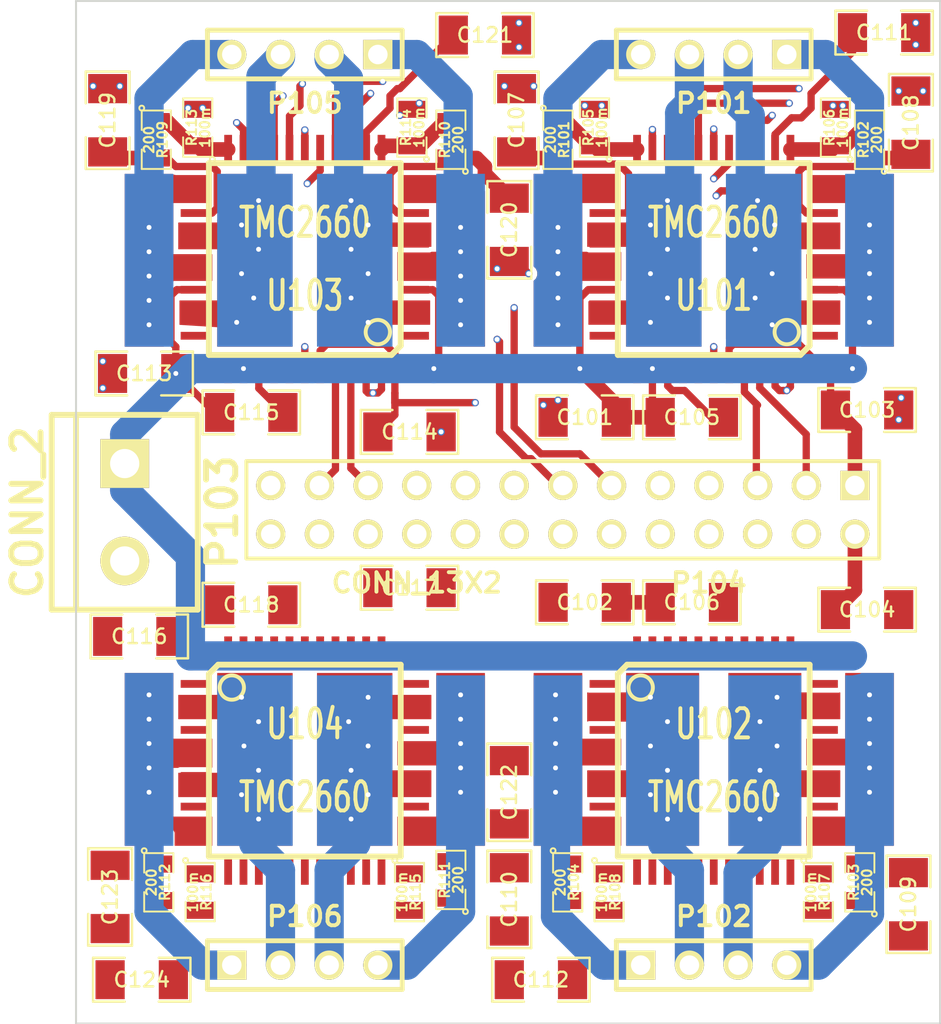
<source format=kicad_pcb>
(kicad_pcb (version 3) (host pcbnew "(2013-mar-13)-testing")
  (layers (15 F.Cu signal) (2 Inner2.Cu signal hide) (1 Inner1.Cu signal) (0 B.Cu signal) (19 F.Paste user) (21 F.SilkS user) (23 F.Mask user) (28 Edge.Cuts user))
  (net 0 "")
  (net 1 +12V)
  (net 2 E-DIR)
  (net 3 E-EN)
  (net 4 E-SEL)
  (net 5 E-STEP)
  (net 6 GND)
  (net 7 MISO)
  (net 8 MOSI)
  (net 9 N-000001)
  (net 10 N-0000010)
  (net 11 N-0000013)
  (net 12 N-0000016)
  (net 13 N-000002)
  (net 14 N-0000023)
  (net 15 N-0000024)
  (net 16 N-0000026)
  (net 17 N-0000027)
  (net 18 N-0000029)
  (net 19 N-0000030)
  (net 20 N-0000031)
  (net 21 N-0000032)
  (net 22 N-0000033)
  (net 23 N-0000034)
  (net 24 N-0000035)
  (net 25 N-000004)
  (net 26 N-0000044)
  (net 27 N-0000045)
  (net 28 N-0000046)
  (net 29 N-0000047)
  (net 30 N-0000048)
  (net 31 N-0000049)
  (net 32 N-000005)
  (net 33 N-0000050)
  (net 34 N-0000051)
  (net 35 N-0000052)
  (net 36 N-0000053)
  (net 37 N-0000054)
  (net 38 N-0000055)
  (net 39 N-0000056)
  (net 40 N-0000057)
  (net 41 N-0000058)
  (net 42 N-0000059)
  (net 43 N-000006)
  (net 44 N-0000060)
  (net 45 N-0000061)
  (net 46 N-0000062)
  (net 47 N-0000063)
  (net 48 N-0000064)
  (net 49 N-0000065)
  (net 50 N-0000066)
  (net 51 N-0000067)
  (net 52 N-0000068)
  (net 53 N-0000069)
  (net 54 N-000007)
  (net 55 N-0000070)
  (net 56 N-0000071)
  (net 57 N-0000072)
  (net 58 N-0000073)
  (net 59 N-0000074)
  (net 60 N-0000075)
  (net 61 N-0000076)
  (net 62 N-0000077)
  (net 63 N-0000078)
  (net 64 N-0000079)
  (net 65 N-0000080)
  (net 66 N-0000081)
  (net 67 N-0000082)
  (net 68 N-0000083)
  (net 69 N-0000084)
  (net 70 N-0000085)
  (net 71 N-0000086)
  (net 72 N-000009)
  (net 73 SCK)
  (net 74 VCC)
  (net 75 X-DIR)
  (net 76 X-EN)
  (net 77 X-SEL)
  (net 78 X-STEP)
  (net 79 Y-DIR)
  (net 80 Y-EN)
  (net 81 Y-SEL)
  (net 82 Y-STEP)
  (net 83 Z-DIR)
  (net 84 Z-EN)
  (net 85 Z-SEL)
  (net 86 Z-STEP)
  (module SM1206 (layer F.Cu) (at 135.509 123.825)
    (fp_text reference C101 (at 0 0) (layer F.SilkS) (effects (font (size 0.762 0.762) (thickness 0.127))))
    (fp_text value 100n hide)
    (pad 1 smd rect (at -1.651 0) (size 1.524 2.032) (layers F.Cu F.Paste F.Mask) (net 6 GND))
    (pad 2 smd rect (at 1.651 0) (size 1.524 2.032) (layers F.Cu F.Paste F.Mask) (net 1 +12V))
  )
  (module SM1206 (layer F.Cu) (at 135.509 133.477)
    (fp_text reference C102 (at 0 0) (layer F.SilkS) (effects (font (size 0.762 0.762) (thickness 0.127))))
    (fp_text value 100n hide)
    (pad 1 smd rect (at -1.651 0) (size 1.524 2.032) (layers F.Cu F.Paste F.Mask) (net 6 GND))
    (pad 2 smd rect (at 1.651 0) (size 1.524 2.032) (layers F.Cu F.Paste F.Mask) (net 1 +12V))
  )
  (module SM1206 (layer F.Cu) (at 150.241 123.444 180)
    (fp_text reference C103 (at 0 0 180) (layer F.SilkS) (effects (font (size 0.762 0.762) (thickness 0.127))))
    (fp_text value 100n hide)
    (pad 1 smd rect (at -1.651 0 180) (size 1.524 2.032) (layers F.Cu F.Paste F.Mask) (net 6 GND))
    (pad 2 smd rect (at 1.651 0 180) (size 1.524 2.032) (layers F.Cu F.Paste F.Mask) (net 74 VCC))
  )
  (module SM1206 (layer F.Cu) (at 150.241 133.858 180)
    (fp_text reference C104 (at 0 0 180) (layer F.SilkS) (effects (font (size 0.762 0.762) (thickness 0.127))))
    (fp_text value 100n hide)
    (pad 1 smd rect (at -1.651 0 180) (size 1.524 2.032) (layers F.Cu F.Paste F.Mask) (net 6 GND))
    (pad 2 smd rect (at 1.651 0 180) (size 1.524 2.032) (layers F.Cu F.Paste F.Mask) (net 74 VCC))
  )
  (module SM1206 (layer F.Cu) (at 141.097 123.825)
    (fp_text reference C105 (at 0 0) (layer F.SilkS) (effects (font (size 0.762 0.762) (thickness 0.127))))
    (fp_text value 100n hide)
    (pad 1 smd rect (at -1.651 0) (size 1.524 2.032) (layers F.Cu F.Paste F.Mask) (net 1 +12V))
    (pad 2 smd rect (at 1.651 0) (size 1.524 2.032) (layers F.Cu F.Paste F.Mask) (net 49 N-0000065))
  )
  (module SM1206 (layer F.Cu) (at 141.097 133.477)
    (fp_text reference C106 (at 0 0) (layer F.SilkS) (effects (font (size 0.762 0.762) (thickness 0.127))))
    (fp_text value 100n hide)
    (pad 1 smd rect (at -1.651 0) (size 1.524 2.032) (layers F.Cu F.Paste F.Mask) (net 1 +12V))
    (pad 2 smd rect (at 1.651 0) (size 1.524 2.032) (layers F.Cu F.Paste F.Mask) (net 66 N-0000081))
  )
  (module SM1206 (layer F.Cu) (at 131.953 108.331 90)
    (fp_text reference C107 (at 0 0 90) (layer F.SilkS) (effects (font (size 0.762 0.762) (thickness 0.127))))
    (fp_text value 10n hide)
    (pad 1 smd rect (at -1.651 0 90) (size 1.524 2.032) (layers F.Cu F.Paste F.Mask) (net 35 N-0000052))
    (pad 2 smd rect (at 1.651 0 90) (size 1.524 2.032) (layers F.Cu F.Paste F.Mask) (net 6 GND))
  )
  (module SM1206 (layer F.Cu) (at 152.527 108.458 90)
    (fp_text reference C108 (at 0 0 90) (layer F.SilkS) (effects (font (size 0.762 0.762) (thickness 0.127))))
    (fp_text value 10n hide)
    (pad 1 smd rect (at -1.651 0 90) (size 1.524 2.032) (layers F.Cu F.Paste F.Mask) (net 36 N-0000053))
    (pad 2 smd rect (at 1.651 0 90) (size 1.524 2.032) (layers F.Cu F.Paste F.Mask) (net 6 GND))
  )
  (module SM1206 (layer F.Cu) (at 152.4 149.225 270)
    (fp_text reference C109 (at 0 0 270) (layer F.SilkS) (effects (font (size 0.762 0.762) (thickness 0.127))))
    (fp_text value 10n hide)
    (pad 1 smd rect (at -1.651 0 270) (size 1.524 2.032) (layers F.Cu F.Paste F.Mask) (net 58 N-0000073))
    (pad 2 smd rect (at 1.651 0 270) (size 1.524 2.032) (layers F.Cu F.Paste F.Mask) (net 6 GND))
  )
  (module SM1206 (layer F.Cu) (at 131.572 148.971 270)
    (fp_text reference C110 (at 0 0 270) (layer F.SilkS) (effects (font (size 0.762 0.762) (thickness 0.127))))
    (fp_text value 10n hide)
    (pad 1 smd rect (at -1.651 0 270) (size 1.524 2.032) (layers F.Cu F.Paste F.Mask) (net 59 N-0000074))
    (pad 2 smd rect (at 1.651 0 270) (size 1.524 2.032) (layers F.Cu F.Paste F.Mask) (net 6 GND))
  )
  (module SM1206 (layer F.Cu) (at 151.13 103.759)
    (fp_text reference C111 (at 0 0) (layer F.SilkS) (effects (font (size 0.762 0.762) (thickness 0.127))))
    (fp_text value 470n hide)
    (pad 1 smd rect (at -1.651 0) (size 1.524 2.032) (layers F.Cu F.Paste F.Mask) (net 37 N-0000054))
    (pad 2 smd rect (at 1.651 0) (size 1.524 2.032) (layers F.Cu F.Paste F.Mask) (net 6 GND))
  )
  (module SM1206 (layer F.Cu) (at 133.223 153.162 180)
    (fp_text reference C112 (at 0 0 180) (layer F.SilkS) (effects (font (size 0.762 0.762) (thickness 0.127))))
    (fp_text value 470n hide)
    (pad 1 smd rect (at -1.651 0 180) (size 1.524 2.032) (layers F.Cu F.Paste F.Mask) (net 41 N-0000058))
    (pad 2 smd rect (at 1.651 0 180) (size 1.524 2.032) (layers F.Cu F.Paste F.Mask) (net 6 GND))
  )
  (module SM1206 (layer F.Cu) (at 112.522 121.539)
    (fp_text reference C113 (at 0 0) (layer F.SilkS) (effects (font (size 0.762 0.762) (thickness 0.127))))
    (fp_text value 100n hide)
    (pad 1 smd rect (at -1.651 0) (size 1.524 2.032) (layers F.Cu F.Paste F.Mask) (net 6 GND))
    (pad 2 smd rect (at 1.651 0) (size 1.524 2.032) (layers F.Cu F.Paste F.Mask) (net 1 +12V))
  )
  (module SM1206 (layer F.Cu) (at 126.365 124.587 180)
    (fp_text reference C114 (at 0 0 180) (layer F.SilkS) (effects (font (size 0.762 0.762) (thickness 0.127))))
    (fp_text value 100n hide)
    (pad 1 smd rect (at -1.651 0 180) (size 1.524 2.032) (layers F.Cu F.Paste F.Mask) (net 6 GND))
    (pad 2 smd rect (at 1.651 0 180) (size 1.524 2.032) (layers F.Cu F.Paste F.Mask) (net 74 VCC))
  )
  (module SM1206 (layer F.Cu) (at 118.11 123.571)
    (fp_text reference C115 (at 0 0) (layer F.SilkS) (effects (font (size 0.762 0.762) (thickness 0.127))))
    (fp_text value 100n hide)
    (pad 1 smd rect (at -1.651 0) (size 1.524 2.032) (layers F.Cu F.Paste F.Mask) (net 1 +12V))
    (pad 2 smd rect (at 1.651 0) (size 1.524 2.032) (layers F.Cu F.Paste F.Mask) (net 18 N-0000029))
  )
  (module SM1206 (layer F.Cu) (at 112.268 135.255)
    (fp_text reference C116 (at 0 0) (layer F.SilkS) (effects (font (size 0.762 0.762) (thickness 0.127))))
    (fp_text value 100n hide)
    (pad 1 smd rect (at -1.651 0) (size 1.524 2.032) (layers F.Cu F.Paste F.Mask) (net 6 GND))
    (pad 2 smd rect (at 1.651 0) (size 1.524 2.032) (layers F.Cu F.Paste F.Mask) (net 1 +12V))
  )
  (module SM1206 (layer F.Cu) (at 126.365 132.715 180)
    (fp_text reference C117 (at 0 0 180) (layer F.SilkS) (effects (font (size 0.762 0.762) (thickness 0.127))))
    (fp_text value 100n hide)
    (pad 1 smd rect (at -1.651 0 180) (size 1.524 2.032) (layers F.Cu F.Paste F.Mask) (net 6 GND))
    (pad 2 smd rect (at 1.651 0 180) (size 1.524 2.032) (layers F.Cu F.Paste F.Mask) (net 74 VCC))
  )
  (module SM1206 (layer F.Cu) (at 118.11 133.604)
    (fp_text reference C118 (at 0 0) (layer F.SilkS) (effects (font (size 0.762 0.762) (thickness 0.127))))
    (fp_text value 100n hide)
    (pad 1 smd rect (at -1.651 0) (size 1.524 2.032) (layers F.Cu F.Paste F.Mask) (net 1 +12V))
    (pad 2 smd rect (at 1.651 0) (size 1.524 2.032) (layers F.Cu F.Paste F.Mask) (net 54 N-000007))
  )
  (module SM1206 (layer F.Cu) (at 110.617 108.331 90)
    (fp_text reference C119 (at 0 0 90) (layer F.SilkS) (effects (font (size 0.762 0.762) (thickness 0.127))))
    (fp_text value 10n hide)
    (pad 1 smd rect (at -1.651 0 90) (size 1.524 2.032) (layers F.Cu F.Paste F.Mask) (net 23 N-0000034))
    (pad 2 smd rect (at 1.651 0 90) (size 1.524 2.032) (layers F.Cu F.Paste F.Mask) (net 6 GND))
  )
  (module SM1206 (layer F.Cu) (at 131.572 114.046 270)
    (fp_text reference C120 (at 0 0 270) (layer F.SilkS) (effects (font (size 0.762 0.762) (thickness 0.127))))
    (fp_text value 10n hide)
    (pad 1 smd rect (at -1.651 0 270) (size 1.524 2.032) (layers F.Cu F.Paste F.Mask) (net 20 N-0000031))
    (pad 2 smd rect (at 1.651 0 270) (size 1.524 2.032) (layers F.Cu F.Paste F.Mask) (net 6 GND))
  )
  (module SM1206 (layer F.Cu) (at 130.302 103.886)
    (fp_text reference C121 (at 0 0) (layer F.SilkS) (effects (font (size 0.762 0.762) (thickness 0.127))))
    (fp_text value 470n hide)
    (pad 1 smd rect (at -1.651 0) (size 1.524 2.032) (layers F.Cu F.Paste F.Mask) (net 22 N-0000033))
    (pad 2 smd rect (at 1.651 0) (size 1.524 2.032) (layers F.Cu F.Paste F.Mask) (net 6 GND))
  )
  (module SM1206 (layer F.Cu) (at 131.572 143.383 90)
    (fp_text reference C122 (at 0 0 90) (layer F.SilkS) (effects (font (size 0.762 0.762) (thickness 0.127))))
    (fp_text value 10n hide)
    (pad 1 smd rect (at -1.651 0 90) (size 1.524 2.032) (layers F.Cu F.Paste F.Mask) (net 29 N-0000047))
    (pad 2 smd rect (at 1.651 0 90) (size 1.524 2.032) (layers F.Cu F.Paste F.Mask) (net 6 GND))
  )
  (module SM1206 (layer F.Cu) (at 110.744 148.844 270)
    (fp_text reference C123 (at 0 0 270) (layer F.SilkS) (effects (font (size 0.762 0.762) (thickness 0.127))))
    (fp_text value 10n hide)
    (pad 1 smd rect (at -1.651 0 270) (size 1.524 2.032) (layers F.Cu F.Paste F.Mask) (net 33 N-0000050))
    (pad 2 smd rect (at 1.651 0 270) (size 1.524 2.032) (layers F.Cu F.Paste F.Mask) (net 6 GND))
  )
  (module SM1206 (layer F.Cu) (at 112.395 153.162 180)
    (fp_text reference C124 (at 0 0 180) (layer F.SilkS) (effects (font (size 0.762 0.762) (thickness 0.127))))
    (fp_text value 470n hide)
    (pad 1 smd rect (at -1.651 0 180) (size 1.524 2.032) (layers F.Cu F.Paste F.Mask) (net 43 N-000006))
    (pad 2 smd rect (at 1.651 0 180) (size 1.524 2.032) (layers F.Cu F.Paste F.Mask) (net 6 GND))
  )
  (module bornier2 (layer F.Cu) (at 111.506 128.778 270)
    (fp_text reference P103 (at 0 -5.08 270) (layer F.SilkS) (effects (font (thickness 0.3048))))
    (fp_text value CONN_2 (at 0 5.08 270) (layer F.SilkS) (effects (font (thickness 0.3048))))
    (pad 1 thru_hole rect (at -2.54 0 270) (size 2.54 2.54) (drill 1.524) (layers *.Cu *.Mask F.SilkS) (net 1 +12V))
    (pad 2 thru_hole circle (at 2.54 0 270) (size 2.54 2.54) (drill 1.524) (layers *.Cu *.Mask F.SilkS) (net 6 GND))
  )
  (module pin_array_13x2 (layer F.Cu) (at 134.366 128.651 180)
    (fp_text reference P104 (at -7.62 -3.81 180) (layer F.SilkS) (effects (font (size 1.016 1.016) (thickness 0.2032))))
    (fp_text value CONN_13X2 (at 7.62 -3.81 180) (layer F.SilkS) (effects (font (size 1.016 1.016) (thickness 0.2032))))
    (pad 1 thru_hole rect (at -15.24 1.27 180) (size 1.524 1.524) (drill 1.016) (layers *.Cu *.Mask F.SilkS) (net 74 VCC))
    (pad 2 thru_hole circle (at -15.24 -1.27 180) (size 1.524 1.524) (drill 1.016) (layers *.Cu *.Mask F.SilkS) (net 74 VCC))
    (pad 3 thru_hole circle (at -12.7 1.27 180) (size 1.524 1.524) (drill 1.016) (layers *.Cu *.Mask F.SilkS) (net 78 X-STEP))
    (pad 4 thru_hole circle (at -12.7 -1.27 180) (size 1.524 1.524) (drill 1.016) (layers *.Cu *.Mask F.SilkS) (net 86 Z-STEP))
    (pad 5 thru_hole circle (at -10.16 1.27 180) (size 1.524 1.524) (drill 1.016) (layers *.Cu *.Mask F.SilkS) (net 75 X-DIR))
    (pad 6 thru_hole circle (at -10.16 -1.27 180) (size 1.524 1.524) (drill 1.016) (layers *.Cu *.Mask F.SilkS) (net 83 Z-DIR))
    (pad 7 thru_hole circle (at -7.62 1.27 180) (size 1.524 1.524) (drill 1.016) (layers *.Cu *.Mask F.SilkS) (net 76 X-EN))
    (pad 8 thru_hole circle (at -7.62 -1.27 180) (size 1.524 1.524) (drill 1.016) (layers *.Cu *.Mask F.SilkS) (net 84 Z-EN))
    (pad 9 thru_hole circle (at -5.08 1.27 180) (size 1.524 1.524) (drill 1.016) (layers *.Cu *.Mask F.SilkS) (net 77 X-SEL))
    (pad 10 thru_hole circle (at -5.08 -1.27 180) (size 1.524 1.524) (drill 1.016) (layers *.Cu *.Mask F.SilkS) (net 85 Z-SEL))
    (pad 11 thru_hole circle (at -2.54 1.27 180) (size 1.524 1.524) (drill 1.016) (layers *.Cu *.Mask F.SilkS) (net 8 MOSI))
    (pad 12 thru_hole circle (at -2.54 -1.27 180) (size 1.524 1.524) (drill 1.016) (layers *.Cu *.Mask F.SilkS) (net 8 MOSI))
    (pad 13 thru_hole circle (at 0 1.27 180) (size 1.524 1.524) (drill 1.016) (layers *.Cu *.Mask F.SilkS) (net 7 MISO))
    (pad 14 thru_hole circle (at 0 -1.27 180) (size 1.524 1.524) (drill 1.016) (layers *.Cu *.Mask F.SilkS) (net 7 MISO))
    (pad 15 thru_hole circle (at 2.54 1.27 180) (size 1.524 1.524) (drill 1.016) (layers *.Cu *.Mask F.SilkS) (net 73 SCK))
    (pad 16 thru_hole circle (at 2.54 -1.27 180) (size 1.524 1.524) (drill 1.016) (layers *.Cu *.Mask F.SilkS) (net 73 SCK))
    (pad 17 thru_hole circle (at 5.08 1.27 180) (size 1.524 1.524) (drill 1.016) (layers *.Cu *.Mask F.SilkS) (net 80 Y-EN))
    (pad 18 thru_hole circle (at 5.08 -1.27 180) (size 1.524 1.524) (drill 1.016) (layers *.Cu *.Mask F.SilkS) (net 3 E-EN))
    (pad 19 thru_hole circle (at 7.62 1.27 180) (size 1.524 1.524) (drill 1.016) (layers *.Cu *.Mask F.SilkS) (net 81 Y-SEL))
    (pad 20 thru_hole circle (at 7.62 -1.27 180) (size 1.524 1.524) (drill 1.016) (layers *.Cu *.Mask F.SilkS) (net 4 E-SEL))
    (pad 21 thru_hole circle (at 10.16 1.27 180) (size 1.524 1.524) (drill 1.016) (layers *.Cu *.Mask F.SilkS) (net 82 Y-STEP))
    (pad 22 thru_hole circle (at 10.16 -1.27 180) (size 1.524 1.524) (drill 1.016) (layers *.Cu *.Mask F.SilkS) (net 5 E-STEP))
    (pad 23 thru_hole circle (at 12.7 1.27 180) (size 1.524 1.524) (drill 1.016) (layers *.Cu *.Mask F.SilkS) (net 79 Y-DIR))
    (pad 24 thru_hole circle (at 12.7 -1.27 180) (size 1.524 1.524) (drill 1.016) (layers *.Cu *.Mask F.SilkS) (net 2 E-DIR))
    (pad 25 thru_hole circle (at 15.24 1.27 180) (size 1.524 1.524) (drill 1.016) (layers *.Cu *.Mask F.SilkS) (net 6 GND))
    (pad 26 thru_hole circle (at 15.24 -1.27 180) (size 1.524 1.524) (drill 1.016) (layers *.Cu *.Mask F.SilkS) (net 6 GND))
  )
  (module SM0805 (layer F.Cu) (at 134.112 109.347 270)
    (fp_text reference R101 (at 0 -0.3175 270) (layer F.SilkS) (effects (font (size 0.50038 0.50038) (thickness 0.10922))))
    (fp_text value 200 (at 0 0.381 270) (layer F.SilkS) (effects (font (size 0.50038 0.50038) (thickness 0.10922))))
    (pad 1 smd rect (at -0.9525 0 270) (size 0.889 1.397) (layers F.Cu F.Paste F.Mask) (net 38 N-0000055))
    (pad 2 smd rect (at 0.9525 0 270) (size 0.889 1.397) (layers F.Cu F.Paste F.Mask) (net 35 N-0000052))
  )
  (module SM0805 (layer F.Cu) (at 150.368 109.347 90)
    (fp_text reference R102 (at 0 -0.3175 90) (layer F.SilkS) (effects (font (size 0.50038 0.50038) (thickness 0.10922))))
    (fp_text value 200 (at 0 0.381 90) (layer F.SilkS) (effects (font (size 0.50038 0.50038) (thickness 0.10922))))
    (pad 1 smd rect (at -0.9525 0 90) (size 0.889 1.397) (layers F.Cu F.Paste F.Mask) (net 36 N-0000053))
    (pad 2 smd rect (at 0.9525 0 90) (size 0.889 1.397) (layers F.Cu F.Paste F.Mask) (net 34 N-0000051))
  )
  (module SM0805 (layer F.Cu) (at 149.86 148.082 90)
    (fp_text reference R103 (at 0 -0.3175 90) (layer F.SilkS) (effects (font (size 0.50038 0.50038) (thickness 0.10922))))
    (fp_text value 200 (at 0 0.381 90) (layer F.SilkS) (effects (font (size 0.50038 0.50038) (thickness 0.10922))))
    (pad 1 smd rect (at -0.9525 0 90) (size 0.889 1.397) (layers F.Cu F.Paste F.Mask) (net 61 N-0000076))
    (pad 2 smd rect (at 0.9525 0 90) (size 0.889 1.397) (layers F.Cu F.Paste F.Mask) (net 58 N-0000073))
  )
  (module SM0805 (layer F.Cu) (at 134.62 148.082 270)
    (fp_text reference R104 (at 0 -0.3175 270) (layer F.SilkS) (effects (font (size 0.50038 0.50038) (thickness 0.10922))))
    (fp_text value 200 (at 0 0.381 270) (layer F.SilkS) (effects (font (size 0.50038 0.50038) (thickness 0.10922))))
    (pad 1 smd rect (at -0.9525 0 270) (size 0.889 1.397) (layers F.Cu F.Paste F.Mask) (net 59 N-0000074))
    (pad 2 smd rect (at 0.9525 0 270) (size 0.889 1.397) (layers F.Cu F.Paste F.Mask) (net 60 N-0000075))
  )
  (module SM0805 (layer F.Cu) (at 136.017 108.712 90)
    (fp_text reference R105 (at 0 -0.3175 90) (layer F.SilkS) (effects (font (size 0.50038 0.50038) (thickness 0.10922))))
    (fp_text value 100m (at 0 0.381 90) (layer F.SilkS) (effects (font (size 0.50038 0.50038) (thickness 0.10922))))
    (pad 1 smd rect (at -0.9525 0 90) (size 0.889 1.397) (layers F.Cu F.Paste F.Mask) (net 38 N-0000055))
    (pad 2 smd rect (at 0.9525 0 90) (size 0.889 1.397) (layers F.Cu F.Paste F.Mask) (net 6 GND))
  )
  (module SM0805 (layer F.Cu) (at 148.59 108.712 90)
    (fp_text reference R106 (at 0 -0.3175 90) (layer F.SilkS) (effects (font (size 0.50038 0.50038) (thickness 0.10922))))
    (fp_text value 100m (at 0 0.381 90) (layer F.SilkS) (effects (font (size 0.50038 0.50038) (thickness 0.10922))))
    (pad 1 smd rect (at -0.9525 0 90) (size 0.889 1.397) (layers F.Cu F.Paste F.Mask) (net 34 N-0000051))
    (pad 2 smd rect (at 0.9525 0 90) (size 0.889 1.397) (layers F.Cu F.Paste F.Mask) (net 6 GND))
  )
  (module SM0805 (layer F.Cu) (at 147.701 148.59 270)
    (fp_text reference R107 (at 0 -0.3175 270) (layer F.SilkS) (effects (font (size 0.50038 0.50038) (thickness 0.10922))))
    (fp_text value 100m (at 0 0.381 270) (layer F.SilkS) (effects (font (size 0.50038 0.50038) (thickness 0.10922))))
    (pad 1 smd rect (at -0.9525 0 270) (size 0.889 1.397) (layers F.Cu F.Paste F.Mask) (net 61 N-0000076))
    (pad 2 smd rect (at 0.9525 0 270) (size 0.889 1.397) (layers F.Cu F.Paste F.Mask) (net 6 GND))
  )
  (module SM0805 (layer F.Cu) (at 136.779 148.59 270)
    (fp_text reference R108 (at 0 -0.3175 270) (layer F.SilkS) (effects (font (size 0.50038 0.50038) (thickness 0.10922))))
    (fp_text value 100m (at 0 0.381 270) (layer F.SilkS) (effects (font (size 0.50038 0.50038) (thickness 0.10922))))
    (pad 1 smd rect (at -0.9525 0 270) (size 0.889 1.397) (layers F.Cu F.Paste F.Mask) (net 60 N-0000075))
    (pad 2 smd rect (at 0.9525 0 270) (size 0.889 1.397) (layers F.Cu F.Paste F.Mask) (net 6 GND))
  )
  (module SM0805 (layer F.Cu) (at 113.157 109.347 270)
    (fp_text reference R109 (at 0 -0.3175 270) (layer F.SilkS) (effects (font (size 0.50038 0.50038) (thickness 0.10922))))
    (fp_text value 200 (at 0 0.381 270) (layer F.SilkS) (effects (font (size 0.50038 0.50038) (thickness 0.10922))))
    (pad 1 smd rect (at -0.9525 0 270) (size 0.889 1.397) (layers F.Cu F.Paste F.Mask) (net 19 N-0000030))
    (pad 2 smd rect (at 0.9525 0 270) (size 0.889 1.397) (layers F.Cu F.Paste F.Mask) (net 23 N-0000034))
  )
  (module SM0805 (layer F.Cu) (at 128.524 109.347 90)
    (fp_text reference R110 (at 0 -0.3175 90) (layer F.SilkS) (effects (font (size 0.50038 0.50038) (thickness 0.10922))))
    (fp_text value 200 (at 0 0.381 90) (layer F.SilkS) (effects (font (size 0.50038 0.50038) (thickness 0.10922))))
    (pad 1 smd rect (at -0.9525 0 90) (size 0.889 1.397) (layers F.Cu F.Paste F.Mask) (net 20 N-0000031))
    (pad 2 smd rect (at 0.9525 0 90) (size 0.889 1.397) (layers F.Cu F.Paste F.Mask) (net 21 N-0000032))
  )
  (module SM0805 (layer F.Cu) (at 128.524 147.955 90)
    (fp_text reference R111 (at 0 -0.3175 90) (layer F.SilkS) (effects (font (size 0.50038 0.50038) (thickness 0.10922))))
    (fp_text value 200 (at 0 0.381 90) (layer F.SilkS) (effects (font (size 0.50038 0.50038) (thickness 0.10922))))
    (pad 1 smd rect (at -0.9525 0 90) (size 0.889 1.397) (layers F.Cu F.Paste F.Mask) (net 32 N-000005))
    (pad 2 smd rect (at 0.9525 0 90) (size 0.889 1.397) (layers F.Cu F.Paste F.Mask) (net 29 N-0000047))
  )
  (module SM0805 (layer F.Cu) (at 113.284 148.082 270)
    (fp_text reference R112 (at 0 -0.3175 270) (layer F.SilkS) (effects (font (size 0.50038 0.50038) (thickness 0.10922))))
    (fp_text value 200 (at 0 0.381 270) (layer F.SilkS) (effects (font (size 0.50038 0.50038) (thickness 0.10922))))
    (pad 1 smd rect (at -0.9525 0 270) (size 0.889 1.397) (layers F.Cu F.Paste F.Mask) (net 33 N-0000050))
    (pad 2 smd rect (at 0.9525 0 270) (size 0.889 1.397) (layers F.Cu F.Paste F.Mask) (net 31 N-0000049))
  )
  (module SM0805 (layer F.Cu) (at 115.316 108.712 90)
    (fp_text reference R113 (at 0 -0.3175 90) (layer F.SilkS) (effects (font (size 0.50038 0.50038) (thickness 0.10922))))
    (fp_text value 100m (at 0 0.381 90) (layer F.SilkS) (effects (font (size 0.50038 0.50038) (thickness 0.10922))))
    (pad 1 smd rect (at -0.9525 0 90) (size 0.889 1.397) (layers F.Cu F.Paste F.Mask) (net 19 N-0000030))
    (pad 2 smd rect (at 0.9525 0 90) (size 0.889 1.397) (layers F.Cu F.Paste F.Mask) (net 6 GND))
  )
  (module SM0805 (layer F.Cu) (at 126.492 108.712 90)
    (fp_text reference R114 (at 0 -0.3175 90) (layer F.SilkS) (effects (font (size 0.50038 0.50038) (thickness 0.10922))))
    (fp_text value 100m (at 0 0.381 90) (layer F.SilkS) (effects (font (size 0.50038 0.50038) (thickness 0.10922))))
    (pad 1 smd rect (at -0.9525 0 90) (size 0.889 1.397) (layers F.Cu F.Paste F.Mask) (net 21 N-0000032))
    (pad 2 smd rect (at 0.9525 0 90) (size 0.889 1.397) (layers F.Cu F.Paste F.Mask) (net 6 GND))
  )
  (module SM0805 (layer F.Cu) (at 126.365 148.59 270)
    (fp_text reference R115 (at 0 -0.3175 270) (layer F.SilkS) (effects (font (size 0.50038 0.50038) (thickness 0.10922))))
    (fp_text value 100m (at 0 0.381 270) (layer F.SilkS) (effects (font (size 0.50038 0.50038) (thickness 0.10922))))
    (pad 1 smd rect (at -0.9525 0 270) (size 0.889 1.397) (layers F.Cu F.Paste F.Mask) (net 32 N-000005))
    (pad 2 smd rect (at 0.9525 0 270) (size 0.889 1.397) (layers F.Cu F.Paste F.Mask) (net 6 GND))
  )
  (module SM0805 (layer F.Cu) (at 115.443 148.59 270)
    (fp_text reference R116 (at 0 -0.3175 270) (layer F.SilkS) (effects (font (size 0.50038 0.50038) (thickness 0.10922))))
    (fp_text value 100m (at 0 0.381 270) (layer F.SilkS) (effects (font (size 0.50038 0.50038) (thickness 0.10922))))
    (pad 1 smd rect (at -0.9525 0 270) (size 0.889 1.397) (layers F.Cu F.Paste F.Mask) (net 31 N-0000049))
    (pad 2 smd rect (at 0.9525 0 270) (size 0.889 1.397) (layers F.Cu F.Paste F.Mask) (net 6 GND))
  )
  (module TQFP44 (layer F.Cu) (at 142.24 115.57 180)
    (fp_text reference U101 (at 0 -1.905 180) (layer F.SilkS) (effects (font (size 1.524 1.016) (thickness 0.2032))))
    (fp_text value TMC2660 (at 0 1.905 180) (layer F.SilkS) (effects (font (size 1.524 1.016) (thickness 0.2032))))
    (pad 39 smd rect (at 0 -5.715 180) (size 0.4064 1.524) (layers F.Cu F.Paste F.Mask) (net 6 GND))
    (pad 40 smd rect (at -0.8001 -5.715 180) (size 0.4064 1.524) (layers F.Cu F.Paste F.Mask) (net 74 VCC))
    (pad 41 smd rect (at -1.6002 -5.715 180) (size 0.4064 1.524) (layers F.Cu F.Paste F.Mask) (net 75 X-DIR))
    (pad 42 smd rect (at -2.4003 -5.715 180) (size 0.4064 1.524) (layers F.Cu F.Paste F.Mask) (net 78 X-STEP))
    (pad 43 smd rect (at -3.2004 -5.715 180) (size 0.4064 1.524) (layers F.Cu F.Paste F.Mask) (net 6 GND))
    (pad 44 smd rect (at -4.0005 -5.715 180) (size 0.4064 1.524) (layers F.Cu F.Paste F.Mask) (net 6 GND))
    (pad 38 smd rect (at 0.8001 -5.715 180) (size 0.4064 1.524) (layers F.Cu F.Paste F.Mask) (net 48 N-0000064))
    (pad 37 smd rect (at 1.6002 -5.715 180) (size 0.4064 1.524) (layers F.Cu F.Paste F.Mask) (net 47 N-0000063))
    (pad 36 smd rect (at 2.4003 -5.715 180) (size 0.4064 1.524) (layers F.Cu F.Paste F.Mask) (net 49 N-0000065))
    (pad 35 smd rect (at 3.2004 -5.715 180) (size 0.4064 1.524) (layers F.Cu F.Paste F.Mask) (net 1 +12V))
    (pad 34 smd rect (at 4.0005 -5.715 180) (size 0.4064 1.524) (layers F.Cu F.Paste F.Mask) (net 52 N-0000068))
    (pad 17 smd rect (at 0 5.715 180) (size 0.4064 1.524) (layers F.Cu F.Paste F.Mask) (net 6 GND))
    (pad 16 smd rect (at -0.8001 5.715 180) (size 0.4064 1.524) (layers F.Cu F.Paste F.Mask) (net 73 SCK))
    (pad 15 smd rect (at -1.6002 5.715 180) (size 0.4064 1.524) (layers F.Cu F.Paste F.Mask) (net 8 MOSI))
    (pad 14 smd rect (at -2.4003 5.715 180) (size 0.4064 1.524) (layers F.Cu F.Paste F.Mask) (net 7 MISO))
    (pad 13 smd rect (at -3.2004 5.715 180) (size 0.4064 1.524) (layers F.Cu F.Paste F.Mask) (net 37 N-0000054))
    (pad 12 smd rect (at -4.0005 5.715 180) (size 0.4064 1.524) (layers F.Cu F.Paste F.Mask) (net 34 N-0000051))
    (pad 18 smd rect (at 0.8001 5.715 180) (size 0.4064 1.524) (layers F.Cu F.Paste F.Mask) (net 77 X-SEL))
    (pad 19 smd rect (at 1.6002 5.715 180) (size 0.4064 1.524) (layers F.Cu F.Paste F.Mask) (net 76 X-EN))
    (pad 20 smd rect (at 2.4003 5.715 180) (size 0.4064 1.524) (layers F.Cu F.Paste F.Mask) (net 50 N-0000066))
    (pad 21 smd rect (at 3.2004 5.715 180) (size 0.4064 1.524) (layers F.Cu F.Paste F.Mask) (net 6 GND))
    (pad 22 smd rect (at 4.0005 5.715 180) (size 0.4064 1.524) (layers F.Cu F.Paste F.Mask) (net 38 N-0000055))
    (pad 6 smd rect (at -5.715 0 180) (size 1.524 0.4064) (layers F.Cu F.Paste F.Mask) (net 55 N-0000070))
    (pad 28 smd rect (at 5.715 0 180) (size 1.524 0.4064) (layers F.Cu F.Paste F.Mask) (net 45 N-0000061))
    (pad 7 smd rect (at -5.715 0.8001 180) (size 1.524 0.4064) (layers F.Cu F.Paste F.Mask) (net 53 N-0000069))
    (pad 27 smd rect (at 5.715 0.8001 180) (size 1.524 0.4064) (layers F.Cu F.Paste F.Mask) (net 39 N-0000056))
    (pad 26 smd rect (at 5.715 1.6002 180) (size 1.524 0.4064) (layers F.Cu F.Paste F.Mask) (net 39 N-0000056))
    (pad 8 smd rect (at -5.715 1.6002 180) (size 1.524 0.4064) (layers F.Cu F.Paste F.Mask) (net 53 N-0000069))
    (pad 9 smd rect (at -5.715 2.4003 180) (size 1.524 0.4064) (layers F.Cu F.Paste F.Mask) (net 36 N-0000053))
    (pad 25 smd rect (at 5.715 2.4003 180) (size 1.524 0.4064) (layers F.Cu F.Paste F.Mask) (net 35 N-0000052))
    (pad 24 smd rect (at 5.715 3.2004 180) (size 1.524 0.4064) (layers F.Cu F.Paste F.Mask) (net 45 N-0000061))
    (pad 10 smd rect (at -5.715 3.2004 180) (size 1.524 0.4064) (layers F.Cu F.Paste F.Mask) (net 55 N-0000070))
    (pad 11 smd rect (at -5.715 4.0005 180) (size 1.524 0.4064) (layers F.Cu F.Paste F.Mask) (net 55 N-0000070))
    (pad 23 smd rect (at 5.715 4.0005 180) (size 1.524 0.4064) (layers F.Cu F.Paste F.Mask) (net 45 N-0000061))
    (pad 29 smd rect (at 5.715 -0.8001 180) (size 1.524 0.4064) (layers F.Cu F.Paste F.Mask) (net 45 N-0000061))
    (pad 5 smd rect (at -5.715 -0.8001 180) (size 1.524 0.4064) (layers F.Cu F.Paste F.Mask) (net 55 N-0000070))
    (pad 4 smd rect (at -5.715 -1.6002 180) (size 1.524 0.4064) (layers F.Cu F.Paste F.Mask) (net 1 +12V))
    (pad 30 smd rect (at 5.715 -1.6002 180) (size 1.524 0.4064) (layers F.Cu F.Paste F.Mask) (net 1 +12V))
    (pad 31 smd rect (at 5.715 -2.4003 180) (size 1.524 0.4064) (layers F.Cu F.Paste F.Mask) (net 39 N-0000056))
    (pad 3 smd rect (at -5.715 -2.4003 180) (size 1.524 0.4064) (layers F.Cu F.Paste F.Mask) (net 53 N-0000069))
    (pad 2 smd rect (at -5.715 -3.2004 180) (size 1.524 0.4064) (layers F.Cu F.Paste F.Mask) (net 53 N-0000069))
    (pad 32 smd rect (at 5.715 -3.2004 180) (size 1.524 0.4064) (layers F.Cu F.Paste F.Mask) (net 39 N-0000056))
    (pad 33 smd rect (at 5.715 -4.0005 180) (size 1.524 0.4064) (layers F.Cu F.Paste F.Mask) (net 51 N-0000067))
    (pad 1 smd rect (at -5.715 -4.0005 180) (size 1.524 0.4064) (layers F.Cu F.Paste F.Mask) (net 70 N-0000085))
  )
  (module TQFP44 (layer F.Cu) (at 142.24 141.732)
    (fp_text reference U102 (at 0 -1.905) (layer F.SilkS) (effects (font (size 1.524 1.016) (thickness 0.2032))))
    (fp_text value TMC2660 (at 0 1.905) (layer F.SilkS) (effects (font (size 1.524 1.016) (thickness 0.2032))))
    (pad 39 smd rect (at 0 -5.715) (size 0.4064 1.524) (layers F.Cu F.Paste F.Mask) (net 6 GND))
    (pad 40 smd rect (at -0.8001 -5.715) (size 0.4064 1.524) (layers F.Cu F.Paste F.Mask) (net 74 VCC))
    (pad 41 smd rect (at -1.6002 -5.715) (size 0.4064 1.524) (layers F.Cu F.Paste F.Mask) (net 83 Z-DIR))
    (pad 42 smd rect (at -2.4003 -5.715) (size 0.4064 1.524) (layers F.Cu F.Paste F.Mask) (net 86 Z-STEP))
    (pad 43 smd rect (at -3.2004 -5.715) (size 0.4064 1.524) (layers F.Cu F.Paste F.Mask) (net 6 GND))
    (pad 44 smd rect (at -4.0005 -5.715) (size 0.4064 1.524) (layers F.Cu F.Paste F.Mask) (net 6 GND))
    (pad 38 smd rect (at 0.8001 -5.715) (size 0.4064 1.524) (layers F.Cu F.Paste F.Mask) (net 68 N-0000083))
    (pad 37 smd rect (at 1.6002 -5.715) (size 0.4064 1.524) (layers F.Cu F.Paste F.Mask) (net 67 N-0000082))
    (pad 36 smd rect (at 2.4003 -5.715) (size 0.4064 1.524) (layers F.Cu F.Paste F.Mask) (net 66 N-0000081))
    (pad 35 smd rect (at 3.2004 -5.715) (size 0.4064 1.524) (layers F.Cu F.Paste F.Mask) (net 1 +12V))
    (pad 34 smd rect (at 4.0005 -5.715) (size 0.4064 1.524) (layers F.Cu F.Paste F.Mask) (net 44 N-0000060))
    (pad 17 smd rect (at 0 5.715) (size 0.4064 1.524) (layers F.Cu F.Paste F.Mask) (net 6 GND))
    (pad 16 smd rect (at -0.8001 5.715) (size 0.4064 1.524) (layers F.Cu F.Paste F.Mask) (net 73 SCK))
    (pad 15 smd rect (at -1.6002 5.715) (size 0.4064 1.524) (layers F.Cu F.Paste F.Mask) (net 8 MOSI))
    (pad 14 smd rect (at -2.4003 5.715) (size 0.4064 1.524) (layers F.Cu F.Paste F.Mask) (net 7 MISO))
    (pad 13 smd rect (at -3.2004 5.715) (size 0.4064 1.524) (layers F.Cu F.Paste F.Mask) (net 41 N-0000058))
    (pad 12 smd rect (at -4.0005 5.715) (size 0.4064 1.524) (layers F.Cu F.Paste F.Mask) (net 60 N-0000075))
    (pad 18 smd rect (at 0.8001 5.715) (size 0.4064 1.524) (layers F.Cu F.Paste F.Mask) (net 85 Z-SEL))
    (pad 19 smd rect (at 1.6002 5.715) (size 0.4064 1.524) (layers F.Cu F.Paste F.Mask) (net 84 Z-EN))
    (pad 20 smd rect (at 2.4003 5.715) (size 0.4064 1.524) (layers F.Cu F.Paste F.Mask) (net 40 N-0000057))
    (pad 21 smd rect (at 3.2004 5.715) (size 0.4064 1.524) (layers F.Cu F.Paste F.Mask) (net 6 GND))
    (pad 22 smd rect (at 4.0005 5.715) (size 0.4064 1.524) (layers F.Cu F.Paste F.Mask) (net 61 N-0000076))
    (pad 6 smd rect (at -5.715 0) (size 1.524 0.4064) (layers F.Cu F.Paste F.Mask) (net 71 N-0000086))
    (pad 28 smd rect (at 5.715 0) (size 1.524 0.4064) (layers F.Cu F.Paste F.Mask) (net 69 N-0000084))
    (pad 7 smd rect (at -5.715 0.8001) (size 1.524 0.4064) (layers F.Cu F.Paste F.Mask) (net 56 N-0000071))
    (pad 27 smd rect (at 5.715 0.8001) (size 1.524 0.4064) (layers F.Cu F.Paste F.Mask) (net 57 N-0000072))
    (pad 26 smd rect (at 5.715 1.6002) (size 1.524 0.4064) (layers F.Cu F.Paste F.Mask) (net 57 N-0000072))
    (pad 8 smd rect (at -5.715 1.6002) (size 1.524 0.4064) (layers F.Cu F.Paste F.Mask) (net 56 N-0000071))
    (pad 9 smd rect (at -5.715 2.4003) (size 1.524 0.4064) (layers F.Cu F.Paste F.Mask) (net 59 N-0000074))
    (pad 25 smd rect (at 5.715 2.4003) (size 1.524 0.4064) (layers F.Cu F.Paste F.Mask) (net 58 N-0000073))
    (pad 24 smd rect (at 5.715 3.2004) (size 1.524 0.4064) (layers F.Cu F.Paste F.Mask) (net 69 N-0000084))
    (pad 10 smd rect (at -5.715 3.2004) (size 1.524 0.4064) (layers F.Cu F.Paste F.Mask) (net 71 N-0000086))
    (pad 11 smd rect (at -5.715 4.0005) (size 1.524 0.4064) (layers F.Cu F.Paste F.Mask) (net 71 N-0000086))
    (pad 23 smd rect (at 5.715 4.0005) (size 1.524 0.4064) (layers F.Cu F.Paste F.Mask) (net 69 N-0000084))
    (pad 29 smd rect (at 5.715 -0.8001) (size 1.524 0.4064) (layers F.Cu F.Paste F.Mask) (net 69 N-0000084))
    (pad 5 smd rect (at -5.715 -0.8001) (size 1.524 0.4064) (layers F.Cu F.Paste F.Mask) (net 71 N-0000086))
    (pad 4 smd rect (at -5.715 -1.6002) (size 1.524 0.4064) (layers F.Cu F.Paste F.Mask) (net 1 +12V))
    (pad 30 smd rect (at 5.715 -1.6002) (size 1.524 0.4064) (layers F.Cu F.Paste F.Mask) (net 1 +12V))
    (pad 31 smd rect (at 5.715 -2.4003) (size 1.524 0.4064) (layers F.Cu F.Paste F.Mask) (net 57 N-0000072))
    (pad 3 smd rect (at -5.715 -2.4003) (size 1.524 0.4064) (layers F.Cu F.Paste F.Mask) (net 56 N-0000071))
    (pad 2 smd rect (at -5.715 -3.2004) (size 1.524 0.4064) (layers F.Cu F.Paste F.Mask) (net 56 N-0000071))
    (pad 32 smd rect (at 5.715 -3.2004) (size 1.524 0.4064) (layers F.Cu F.Paste F.Mask) (net 57 N-0000072))
    (pad 33 smd rect (at 5.715 -4.0005) (size 1.524 0.4064) (layers F.Cu F.Paste F.Mask) (net 42 N-0000059))
    (pad 1 smd rect (at -5.715 -4.0005) (size 1.524 0.4064) (layers F.Cu F.Paste F.Mask) (net 46 N-0000062))
  )
  (module TQFP44 (layer F.Cu) (at 120.904 115.57 180)
    (fp_text reference U103 (at 0 -1.905 180) (layer F.SilkS) (effects (font (size 1.524 1.016) (thickness 0.2032))))
    (fp_text value TMC2660 (at 0 1.905 180) (layer F.SilkS) (effects (font (size 1.524 1.016) (thickness 0.2032))))
    (pad 39 smd rect (at 0 -5.715 180) (size 0.4064 1.524) (layers F.Cu F.Paste F.Mask) (net 6 GND))
    (pad 40 smd rect (at -0.8001 -5.715 180) (size 0.4064 1.524) (layers F.Cu F.Paste F.Mask) (net 74 VCC))
    (pad 41 smd rect (at -1.6002 -5.715 180) (size 0.4064 1.524) (layers F.Cu F.Paste F.Mask) (net 79 Y-DIR))
    (pad 42 smd rect (at -2.4003 -5.715 180) (size 0.4064 1.524) (layers F.Cu F.Paste F.Mask) (net 82 Y-STEP))
    (pad 43 smd rect (at -3.2004 -5.715 180) (size 0.4064 1.524) (layers F.Cu F.Paste F.Mask) (net 6 GND))
    (pad 44 smd rect (at -4.0005 -5.715 180) (size 0.4064 1.524) (layers F.Cu F.Paste F.Mask) (net 6 GND))
    (pad 38 smd rect (at 0.8001 -5.715 180) (size 0.4064 1.524) (layers F.Cu F.Paste F.Mask) (net 17 N-0000027))
    (pad 37 smd rect (at 1.6002 -5.715 180) (size 0.4064 1.524) (layers F.Cu F.Paste F.Mask) (net 16 N-0000026))
    (pad 36 smd rect (at 2.4003 -5.715 180) (size 0.4064 1.524) (layers F.Cu F.Paste F.Mask) (net 18 N-0000029))
    (pad 35 smd rect (at 3.2004 -5.715 180) (size 0.4064 1.524) (layers F.Cu F.Paste F.Mask) (net 1 +12V))
    (pad 34 smd rect (at 4.0005 -5.715 180) (size 0.4064 1.524) (layers F.Cu F.Paste F.Mask) (net 62 N-0000077))
    (pad 17 smd rect (at 0 5.715 180) (size 0.4064 1.524) (layers F.Cu F.Paste F.Mask) (net 6 GND))
    (pad 16 smd rect (at -0.8001 5.715 180) (size 0.4064 1.524) (layers F.Cu F.Paste F.Mask) (net 73 SCK))
    (pad 15 smd rect (at -1.6002 5.715 180) (size 0.4064 1.524) (layers F.Cu F.Paste F.Mask) (net 8 MOSI))
    (pad 14 smd rect (at -2.4003 5.715 180) (size 0.4064 1.524) (layers F.Cu F.Paste F.Mask) (net 7 MISO))
    (pad 13 smd rect (at -3.2004 5.715 180) (size 0.4064 1.524) (layers F.Cu F.Paste F.Mask) (net 22 N-0000033))
    (pad 12 smd rect (at -4.0005 5.715 180) (size 0.4064 1.524) (layers F.Cu F.Paste F.Mask) (net 21 N-0000032))
    (pad 18 smd rect (at 0.8001 5.715 180) (size 0.4064 1.524) (layers F.Cu F.Paste F.Mask) (net 81 Y-SEL))
    (pad 19 smd rect (at 1.6002 5.715 180) (size 0.4064 1.524) (layers F.Cu F.Paste F.Mask) (net 80 Y-EN))
    (pad 20 smd rect (at 2.4003 5.715 180) (size 0.4064 1.524) (layers F.Cu F.Paste F.Mask) (net 64 N-0000079))
    (pad 21 smd rect (at 3.2004 5.715 180) (size 0.4064 1.524) (layers F.Cu F.Paste F.Mask) (net 6 GND))
    (pad 22 smd rect (at 4.0005 5.715 180) (size 0.4064 1.524) (layers F.Cu F.Paste F.Mask) (net 19 N-0000030))
    (pad 6 smd rect (at -5.715 0 180) (size 1.524 0.4064) (layers F.Cu F.Paste F.Mask) (net 15 N-0000024))
    (pad 28 smd rect (at 5.715 0 180) (size 1.524 0.4064) (layers F.Cu F.Paste F.Mask) (net 24 N-0000035))
    (pad 7 smd rect (at -5.715 0.8001 180) (size 1.524 0.4064) (layers F.Cu F.Paste F.Mask) (net 14 N-0000023))
    (pad 27 smd rect (at 5.715 0.8001 180) (size 1.524 0.4064) (layers F.Cu F.Paste F.Mask) (net 9 N-000001))
    (pad 26 smd rect (at 5.715 1.6002 180) (size 1.524 0.4064) (layers F.Cu F.Paste F.Mask) (net 9 N-000001))
    (pad 8 smd rect (at -5.715 1.6002 180) (size 1.524 0.4064) (layers F.Cu F.Paste F.Mask) (net 14 N-0000023))
    (pad 9 smd rect (at -5.715 2.4003 180) (size 1.524 0.4064) (layers F.Cu F.Paste F.Mask) (net 20 N-0000031))
    (pad 25 smd rect (at 5.715 2.4003 180) (size 1.524 0.4064) (layers F.Cu F.Paste F.Mask) (net 23 N-0000034))
    (pad 24 smd rect (at 5.715 3.2004 180) (size 1.524 0.4064) (layers F.Cu F.Paste F.Mask) (net 24 N-0000035))
    (pad 10 smd rect (at -5.715 3.2004 180) (size 1.524 0.4064) (layers F.Cu F.Paste F.Mask) (net 15 N-0000024))
    (pad 11 smd rect (at -5.715 4.0005 180) (size 1.524 0.4064) (layers F.Cu F.Paste F.Mask) (net 15 N-0000024))
    (pad 23 smd rect (at 5.715 4.0005 180) (size 1.524 0.4064) (layers F.Cu F.Paste F.Mask) (net 24 N-0000035))
    (pad 29 smd rect (at 5.715 -0.8001 180) (size 1.524 0.4064) (layers F.Cu F.Paste F.Mask) (net 24 N-0000035))
    (pad 5 smd rect (at -5.715 -0.8001 180) (size 1.524 0.4064) (layers F.Cu F.Paste F.Mask) (net 15 N-0000024))
    (pad 4 smd rect (at -5.715 -1.6002 180) (size 1.524 0.4064) (layers F.Cu F.Paste F.Mask) (net 1 +12V))
    (pad 30 smd rect (at 5.715 -1.6002 180) (size 1.524 0.4064) (layers F.Cu F.Paste F.Mask) (net 1 +12V))
    (pad 31 smd rect (at 5.715 -2.4003 180) (size 1.524 0.4064) (layers F.Cu F.Paste F.Mask) (net 9 N-000001))
    (pad 3 smd rect (at -5.715 -2.4003 180) (size 1.524 0.4064) (layers F.Cu F.Paste F.Mask) (net 14 N-0000023))
    (pad 2 smd rect (at -5.715 -3.2004 180) (size 1.524 0.4064) (layers F.Cu F.Paste F.Mask) (net 14 N-0000023))
    (pad 32 smd rect (at 5.715 -3.2004 180) (size 1.524 0.4064) (layers F.Cu F.Paste F.Mask) (net 9 N-000001))
    (pad 33 smd rect (at 5.715 -4.0005 180) (size 1.524 0.4064) (layers F.Cu F.Paste F.Mask) (net 65 N-0000080))
    (pad 1 smd rect (at -5.715 -4.0005 180) (size 1.524 0.4064) (layers F.Cu F.Paste F.Mask) (net 63 N-0000078))
  )
  (module TQFP44 (layer F.Cu) (at 120.904 141.732)
    (fp_text reference U104 (at 0 -1.905) (layer F.SilkS) (effects (font (size 1.524 1.016) (thickness 0.2032))))
    (fp_text value TMC2660 (at 0 1.905) (layer F.SilkS) (effects (font (size 1.524 1.016) (thickness 0.2032))))
    (pad 39 smd rect (at 0 -5.715) (size 0.4064 1.524) (layers F.Cu F.Paste F.Mask) (net 6 GND))
    (pad 40 smd rect (at -0.8001 -5.715) (size 0.4064 1.524) (layers F.Cu F.Paste F.Mask) (net 74 VCC))
    (pad 41 smd rect (at -1.6002 -5.715) (size 0.4064 1.524) (layers F.Cu F.Paste F.Mask) (net 2 E-DIR))
    (pad 42 smd rect (at -2.4003 -5.715) (size 0.4064 1.524) (layers F.Cu F.Paste F.Mask) (net 5 E-STEP))
    (pad 43 smd rect (at -3.2004 -5.715) (size 0.4064 1.524) (layers F.Cu F.Paste F.Mask) (net 6 GND))
    (pad 44 smd rect (at -4.0005 -5.715) (size 0.4064 1.524) (layers F.Cu F.Paste F.Mask) (net 6 GND))
    (pad 38 smd rect (at 0.8001 -5.715) (size 0.4064 1.524) (layers F.Cu F.Paste F.Mask) (net 10 N-0000010))
    (pad 37 smd rect (at 1.6002 -5.715) (size 0.4064 1.524) (layers F.Cu F.Paste F.Mask) (net 72 N-000009))
    (pad 36 smd rect (at 2.4003 -5.715) (size 0.4064 1.524) (layers F.Cu F.Paste F.Mask) (net 54 N-000007))
    (pad 35 smd rect (at 3.2004 -5.715) (size 0.4064 1.524) (layers F.Cu F.Paste F.Mask) (net 1 +12V))
    (pad 34 smd rect (at 4.0005 -5.715) (size 0.4064 1.524) (layers F.Cu F.Paste F.Mask) (net 12 N-0000016))
    (pad 17 smd rect (at 0 5.715) (size 0.4064 1.524) (layers F.Cu F.Paste F.Mask) (net 6 GND))
    (pad 16 smd rect (at -0.8001 5.715) (size 0.4064 1.524) (layers F.Cu F.Paste F.Mask) (net 73 SCK))
    (pad 15 smd rect (at -1.6002 5.715) (size 0.4064 1.524) (layers F.Cu F.Paste F.Mask) (net 8 MOSI))
    (pad 14 smd rect (at -2.4003 5.715) (size 0.4064 1.524) (layers F.Cu F.Paste F.Mask) (net 7 MISO))
    (pad 13 smd rect (at -3.2004 5.715) (size 0.4064 1.524) (layers F.Cu F.Paste F.Mask) (net 43 N-000006))
    (pad 12 smd rect (at -4.0005 5.715) (size 0.4064 1.524) (layers F.Cu F.Paste F.Mask) (net 31 N-0000049))
    (pad 18 smd rect (at 0.8001 5.715) (size 0.4064 1.524) (layers F.Cu F.Paste F.Mask) (net 4 E-SEL))
    (pad 19 smd rect (at 1.6002 5.715) (size 0.4064 1.524) (layers F.Cu F.Paste F.Mask) (net 3 E-EN))
    (pad 20 smd rect (at 2.4003 5.715) (size 0.4064 1.524) (layers F.Cu F.Paste F.Mask) (net 25 N-000004))
    (pad 21 smd rect (at 3.2004 5.715) (size 0.4064 1.524) (layers F.Cu F.Paste F.Mask) (net 6 GND))
    (pad 22 smd rect (at 4.0005 5.715) (size 0.4064 1.524) (layers F.Cu F.Paste F.Mask) (net 32 N-000005))
    (pad 6 smd rect (at -5.715 0) (size 1.524 0.4064) (layers F.Cu F.Paste F.Mask) (net 27 N-0000045))
    (pad 28 smd rect (at 5.715 0) (size 1.524 0.4064) (layers F.Cu F.Paste F.Mask) (net 28 N-0000046))
    (pad 7 smd rect (at -5.715 0.8001) (size 1.524 0.4064) (layers F.Cu F.Paste F.Mask) (net 30 N-0000048))
    (pad 27 smd rect (at 5.715 0.8001) (size 1.524 0.4064) (layers F.Cu F.Paste F.Mask) (net 26 N-0000044))
    (pad 26 smd rect (at 5.715 1.6002) (size 1.524 0.4064) (layers F.Cu F.Paste F.Mask) (net 26 N-0000044))
    (pad 8 smd rect (at -5.715 1.6002) (size 1.524 0.4064) (layers F.Cu F.Paste F.Mask) (net 30 N-0000048))
    (pad 9 smd rect (at -5.715 2.4003) (size 1.524 0.4064) (layers F.Cu F.Paste F.Mask) (net 33 N-0000050))
    (pad 25 smd rect (at 5.715 2.4003) (size 1.524 0.4064) (layers F.Cu F.Paste F.Mask) (net 29 N-0000047))
    (pad 24 smd rect (at 5.715 3.2004) (size 1.524 0.4064) (layers F.Cu F.Paste F.Mask) (net 28 N-0000046))
    (pad 10 smd rect (at -5.715 3.2004) (size 1.524 0.4064) (layers F.Cu F.Paste F.Mask) (net 27 N-0000045))
    (pad 11 smd rect (at -5.715 4.0005) (size 1.524 0.4064) (layers F.Cu F.Paste F.Mask) (net 27 N-0000045))
    (pad 23 smd rect (at 5.715 4.0005) (size 1.524 0.4064) (layers F.Cu F.Paste F.Mask) (net 28 N-0000046))
    (pad 29 smd rect (at 5.715 -0.8001) (size 1.524 0.4064) (layers F.Cu F.Paste F.Mask) (net 28 N-0000046))
    (pad 5 smd rect (at -5.715 -0.8001) (size 1.524 0.4064) (layers F.Cu F.Paste F.Mask) (net 27 N-0000045))
    (pad 4 smd rect (at -5.715 -1.6002) (size 1.524 0.4064) (layers F.Cu F.Paste F.Mask) (net 1 +12V))
    (pad 30 smd rect (at 5.715 -1.6002) (size 1.524 0.4064) (layers F.Cu F.Paste F.Mask) (net 1 +12V))
    (pad 31 smd rect (at 5.715 -2.4003) (size 1.524 0.4064) (layers F.Cu F.Paste F.Mask) (net 26 N-0000044))
    (pad 3 smd rect (at -5.715 -2.4003) (size 1.524 0.4064) (layers F.Cu F.Paste F.Mask) (net 30 N-0000048))
    (pad 2 smd rect (at -5.715 -3.2004) (size 1.524 0.4064) (layers F.Cu F.Paste F.Mask) (net 30 N-0000048))
    (pad 32 smd rect (at 5.715 -3.2004) (size 1.524 0.4064) (layers F.Cu F.Paste F.Mask) (net 26 N-0000044))
    (pad 33 smd rect (at 5.715 -4.0005) (size 1.524 0.4064) (layers F.Cu F.Paste F.Mask) (net 11 N-0000013))
    (pad 1 smd rect (at -5.715 -4.0005) (size 1.524 0.4064) (layers F.Cu F.Paste F.Mask) (net 13 N-000002))
  )
  (module PIN_ARRAY_4x1 (layer F.Cu) (at 142.24 104.902 180)
    (fp_text reference P101 (at 0 -2.54 180) (layer F.SilkS) (effects (font (size 1.016 1.016) (thickness 0.2032))))
    (fp_text value CONN_4 hide)
    (pad 1 thru_hole rect (at -3.81 0 180) (size 1.524 1.524) (drill 1.016) (layers *.Cu *.Mask F.SilkS) (net 55 N-0000070))
    (pad 2 thru_hole circle (at -1.27 0 180) (size 1.524 1.524) (drill 1.016) (layers *.Cu *.Mask F.SilkS) (net 53 N-0000069))
    (pad 3 thru_hole circle (at 1.27 0 180) (size 1.524 1.524) (drill 1.016) (layers *.Cu *.Mask F.SilkS) (net 39 N-0000056))
    (pad 4 thru_hole circle (at 3.81 0 180) (size 1.524 1.524) (drill 1.016) (layers *.Cu *.Mask F.SilkS) (net 45 N-0000061))
  )
  (module PIN_ARRAY_4x1 (layer F.Cu) (at 142.24 152.4)
    (fp_text reference P102 (at 0 -2.54) (layer F.SilkS) (effects (font (size 1.016 1.016) (thickness 0.2032))))
    (fp_text value CONN_4 hide)
    (pad 1 thru_hole rect (at -3.81 0) (size 1.524 1.524) (drill 1.016) (layers *.Cu *.Mask F.SilkS) (net 71 N-0000086))
    (pad 2 thru_hole circle (at -1.27 0) (size 1.524 1.524) (drill 1.016) (layers *.Cu *.Mask F.SilkS) (net 56 N-0000071))
    (pad 3 thru_hole circle (at 1.27 0) (size 1.524 1.524) (drill 1.016) (layers *.Cu *.Mask F.SilkS) (net 57 N-0000072))
    (pad 4 thru_hole circle (at 3.81 0) (size 1.524 1.524) (drill 1.016) (layers *.Cu *.Mask F.SilkS) (net 69 N-0000084))
  )
  (module PIN_ARRAY_4x1 (layer F.Cu) (at 120.904 104.902 180)
    (fp_text reference P105 (at 0 -2.54 180) (layer F.SilkS) (effects (font (size 1.016 1.016) (thickness 0.2032))))
    (fp_text value CONN_4 hide)
    (pad 1 thru_hole rect (at -3.81 0 180) (size 1.524 1.524) (drill 1.016) (layers *.Cu *.Mask F.SilkS) (net 15 N-0000024))
    (pad 2 thru_hole circle (at -1.27 0 180) (size 1.524 1.524) (drill 1.016) (layers *.Cu *.Mask F.SilkS) (net 14 N-0000023))
    (pad 3 thru_hole circle (at 1.27 0 180) (size 1.524 1.524) (drill 1.016) (layers *.Cu *.Mask F.SilkS) (net 9 N-000001))
    (pad 4 thru_hole circle (at 3.81 0 180) (size 1.524 1.524) (drill 1.016) (layers *.Cu *.Mask F.SilkS) (net 24 N-0000035))
  )
  (module PIN_ARRAY_4x1 (layer F.Cu) (at 120.904 152.4)
    (fp_text reference P106 (at 0 -2.54) (layer F.SilkS) (effects (font (size 1.016 1.016) (thickness 0.2032))))
    (fp_text value CONN_4 hide)
    (pad 1 thru_hole rect (at -3.81 0) (size 1.524 1.524) (drill 1.016) (layers *.Cu *.Mask F.SilkS) (net 27 N-0000045))
    (pad 2 thru_hole circle (at -1.27 0) (size 1.524 1.524) (drill 1.016) (layers *.Cu *.Mask F.SilkS) (net 30 N-0000048))
    (pad 3 thru_hole circle (at 1.27 0) (size 1.524 1.524) (drill 1.016) (layers *.Cu *.Mask F.SilkS) (net 26 N-0000044))
    (pad 4 thru_hole circle (at 3.81 0) (size 1.524 1.524) (drill 1.016) (layers *.Cu *.Mask F.SilkS) (net 28 N-0000046))
  )
  (gr_line (start 154.051 102.108) (end 108.966 102.108) (angle 90) (layer Edge.Cuts) (width 0.1))
  (gr_line (start 154.051 155.448) (end 154.051 102.108) (angle 90) (layer Edge.Cuts) (width 0.1))
  (gr_line (start 108.966 155.448) (end 154.051 155.448) (angle 90) (layer Edge.Cuts) (width 0.1))
  (gr_line (start 108.966 102.108) (end 108.966 155.448) (angle 90) (layer Edge.Cuts) (width 0.1))
  (segment (start 149.479 136.271) (end 114.935 136.271) (width 1.524) (layer B.Cu) (net 1))
  (segment (start 111.506 127.635) (end 114.935 131.064) (width 1.524) (layer B.Cu) (net 1))
  (segment (start 114.935 131.064) (end 114.935 136.271) (width 1.524) (layer B.Cu) (net 1))
  (segment (start 111.506 127.635) (end 111.506 126.238) (width 1.524) (layer B.Cu) (net 1))
  (segment (start 137.16 133.477) (end 139.446 133.477) (width 0.762) (layer F.Cu) (net 1))
  (segment (start 137.16 123.825) (end 137.16 123.19) (width 0.762) (layer F.Cu) (net 1))
  (segment (start 137.16 123.19) (end 135.255 121.285) (width 0.762) (layer F.Cu) (net 1))
  (segment (start 139.446 123.825) (end 137.16 123.825) (width 0.762) (layer F.Cu) (net 1))
  (segment (start 111.506 126.238) (end 111.506 124.714) (width 1.524) (layer B.Cu) (net 1))
  (segment (start 111.506 124.714) (end 114.3635 121.8565) (width 1.524) (layer B.Cu) (net 1))
  (segment (start 116.459 123.571) (end 116.205 123.571) (width 0.381) (layer F.Cu) (net 1))
  (segment (start 116.205 123.571) (end 114.173 121.539) (width 0.381) (layer F.Cu) (net 1))
  (segment (start 126.619 117.1702) (end 127.5842 117.1702) (width 0.381) (layer F.Cu) (net 1))
  (via (at 127.635 121.285) (size 0.381) (layers F.Cu B.Cu) (net 1))
  (segment (start 127.889 121.031) (end 127.635 121.285) (width 0.381) (layer F.Cu) (net 1))
  (segment (start 127.889 117.475) (end 127.889 121.031) (width 0.381) (layer F.Cu) (net 1))
  (segment (start 127.5842 117.1702) (end 127.889 117.475) (width 0.381) (layer F.Cu) (net 1))
  (segment (start 114.173 121.539) (end 114.173 120.142) (width 0.381) (layer F.Cu) (net 1))
  (segment (start 114.2238 117.1702) (end 115.189 117.1702) (width 0.381) (layer F.Cu) (net 1))
  (segment (start 113.919 117.475) (end 114.2238 117.1702) (width 0.381) (layer F.Cu) (net 1))
  (segment (start 113.919 119.888) (end 113.919 117.475) (width 0.381) (layer F.Cu) (net 1))
  (segment (start 114.173 120.142) (end 113.919 119.888) (width 0.381) (layer F.Cu) (net 1))
  (via (at 117.7036 121.285) (size 0.381) (layers F.Cu B.Cu) (net 1))
  (segment (start 117.7036 121.285) (end 117.729 121.285) (width 0.381) (layer B.Cu) (net 1))
  (via (at 114.173 121.539) (size 0.381) (layers F.Cu B.Cu) (net 1))
  (segment (start 114.3635 121.7295) (end 114.3635 121.8565) (width 0.762) (layer B.Cu) (net 1))
  (segment (start 114.173 121.539) (end 114.3635 121.7295) (width 0.762) (layer B.Cu) (net 1))
  (segment (start 121.285 121.285) (end 117.729 121.285) (width 1.524) (layer B.Cu) (net 1))
  (segment (start 117.729 121.285) (end 114.935 121.285) (width 1.524) (layer B.Cu) (net 1))
  (segment (start 135.255 121.285) (end 127.635 121.285) (width 1.524) (layer B.Cu) (net 1))
  (segment (start 127.635 121.285) (end 121.285 121.285) (width 1.524) (layer B.Cu) (net 1))
  (segment (start 114.935 121.285) (end 114.3635 121.8565) (width 1.524) (layer B.Cu) (net 1))
  (segment (start 139.0396 121.285) (end 139.0396 123.4186) (width 0.381) (layer F.Cu) (net 1))
  (segment (start 139.0396 123.4186) (end 139.446 123.825) (width 0.381) (layer F.Cu) (net 1))
  (via (at 139.0396 121.285) (size 0.381) (layers F.Cu B.Cu) (net 1))
  (segment (start 139.0396 121.285) (end 139.065 121.285) (width 0.381) (layer B.Cu) (net 1))
  (segment (start 149.479 121.285) (end 139.065 121.285) (width 1.524) (layer B.Cu) (net 1))
  (segment (start 139.065 121.285) (end 135.255 121.285) (width 1.524) (layer B.Cu) (net 1))
  (via (at 135.255 121.285) (size 0.381) (layers F.Cu B.Cu) (net 1))
  (segment (start 136.525 117.1702) (end 135.6868 117.1702) (width 0.381) (layer F.Cu) (net 1))
  (segment (start 135.255 120.523) (end 135.255 121.285) (width 0.381) (layer F.Cu) (net 1))
  (segment (start 135.6868 117.1702) (end 135.255 117.602) (width 0.381) (layer F.Cu) (net 1))
  (segment (start 135.255 117.602) (end 135.255 120.523) (width 0.381) (layer F.Cu) (net 1))
  (via (at 149.479 121.285) (size 0.381) (layers F.Cu B.Cu) (net 1))
  (segment (start 149.0472 117.1702) (end 149.479 117.602) (width 0.381) (layer F.Cu) (net 1))
  (segment (start 149.479 121.285) (end 149.479 117.602) (width 0.381) (layer F.Cu) (net 1))
  (segment (start 149.0472 117.1702) (end 147.955 117.1702) (width 0.381) (layer F.Cu) (net 1))
  (segment (start 133.858 123.698) (end 133.858 123.825) (width 0.381) (layer F.Cu) (net 6))
  (via (at 133.35 123.19) (size 0.381) (layers F.Cu B.Cu) (net 6))
  (segment (start 133.35 123.19) (end 133.858 123.698) (width 0.381) (layer F.Cu) (net 6))
  (via (at 134.112 122.936) (size 0.381) (layers F.Cu B.Cu) (net 6))
  (segment (start 134.112 122.936) (end 133.858 123.19) (width 0.381) (layer F.Cu) (net 6))
  (segment (start 133.858 123.19) (end 133.858 123.825) (width 0.381) (layer F.Cu) (net 6))
  (segment (start 110.871 121.793) (end 110.871 121.539) (width 0.381) (layer F.Cu) (net 6))
  (segment (start 110.363 122.301) (end 110.871 121.793) (width 0.381) (layer F.Cu) (net 6))
  (via (at 110.363 122.301) (size 0.381) (layers F.Cu B.Cu) (net 6))
  (segment (start 110.871 121.412) (end 110.871 121.539) (width 0.381) (layer F.Cu) (net 6))
  (segment (start 110.363 120.904) (end 110.871 121.412) (width 0.381) (layer F.Cu) (net 6))
  (via (at 110.363 120.904) (size 0.381) (layers F.Cu B.Cu) (net 6))
  (segment (start 131.318 115.697) (end 131.572 115.697) (width 0.381) (layer F.Cu) (net 6))
  (segment (start 130.937 116.078) (end 131.318 115.697) (width 0.381) (layer F.Cu) (net 6))
  (via (at 130.937 116.078) (size 0.381) (layers F.Cu B.Cu) (net 6))
  (segment (start 131.953 115.697) (end 131.572 115.697) (width 0.381) (layer F.Cu) (net 6))
  (segment (start 132.588 116.332) (end 131.953 115.697) (width 0.381) (layer F.Cu) (net 6))
  (via (at 132.588 116.332) (size 0.381) (layers F.Cu B.Cu) (net 6))
  (segment (start 131.953 104.394) (end 131.953 103.886) (width 0.381) (layer F.Cu) (net 6))
  (segment (start 132.08 104.521) (end 131.953 104.394) (width 0.381) (layer F.Cu) (net 6))
  (via (at 132.08 104.521) (size 0.381) (layers F.Cu B.Cu) (net 6))
  (segment (start 131.953 103.378) (end 131.953 103.886) (width 0.381) (layer F.Cu) (net 6))
  (segment (start 132.08 103.251) (end 131.953 103.378) (width 0.381) (layer F.Cu) (net 6))
  (via (at 132.08 103.251) (size 0.381) (layers F.Cu B.Cu) (net 6))
  (segment (start 126.1745 107.7595) (end 126.492 107.7595) (width 0.381) (layer F.Cu) (net 6))
  (segment (start 125.857 108.077) (end 126.1745 107.7595) (width 0.381) (layer F.Cu) (net 6))
  (via (at 125.857 108.077) (size 0.381) (layers F.Cu B.Cu) (net 6))
  (segment (start 126.5555 107.7595) (end 126.492 107.7595) (width 0.381) (layer F.Cu) (net 6))
  (segment (start 126.873 107.442) (end 126.5555 107.7595) (width 0.381) (layer F.Cu) (net 6))
  (via (at 126.873 107.442) (size 0.381) (layers F.Cu B.Cu) (net 6))
  (segment (start 114.8715 107.7595) (end 115.316 107.7595) (width 0.381) (layer F.Cu) (net 6))
  (segment (start 114.808 107.696) (end 114.8715 107.7595) (width 0.381) (layer F.Cu) (net 6))
  (via (at 114.808 107.696) (size 0.381) (layers F.Cu B.Cu) (net 6))
  (segment (start 115.5065 107.7595) (end 115.316 107.7595) (width 0.381) (layer F.Cu) (net 6))
  (segment (start 115.57 107.696) (end 115.5065 107.7595) (width 0.381) (layer F.Cu) (net 6))
  (via (at 115.57 107.696) (size 0.381) (layers F.Cu B.Cu) (net 6))
  (segment (start 111.125 106.68) (end 110.617 106.68) (width 0.381) (layer F.Cu) (net 6))
  (segment (start 111.252 106.553) (end 111.125 106.68) (width 0.381) (layer F.Cu) (net 6))
  (via (at 111.252 106.553) (size 0.381) (layers F.Cu B.Cu) (net 6))
  (segment (start 109.982 106.68) (end 110.617 106.68) (width 0.381) (layer F.Cu) (net 6))
  (segment (start 109.855 106.553) (end 109.982 106.68) (width 0.381) (layer F.Cu) (net 6))
  (via (at 109.855 106.553) (size 0.381) (layers F.Cu B.Cu) (net 6))
  (via (at 128.016 124.587) (size 0.381) (layers F.Cu B.Cu) (net 6))
  (segment (start 117.7036 109.855) (end 117.7036 108.8136) (width 0.381) (layer F.Cu) (net 6))
  (via (at 117.348 108.458) (size 0.381) (layers F.Cu B.Cu) (net 6))
  (segment (start 117.7036 108.8136) (end 117.348 108.458) (width 0.381) (layer F.Cu) (net 6))
  (segment (start 120.904 109.855) (end 120.904 108.839) (width 0.381) (layer F.Cu) (net 6))
  (via (at 120.904 108.839) (size 0.381) (layers F.Cu B.Cu) (net 6))
  (via (at 124.46 122.555) (size 0.381) (layers F.Cu B.Cu) (net 6))
  (segment (start 124.1044 121.285) (end 124.1044 122.4534) (width 0.381) (layer F.Cu) (net 6))
  (segment (start 124.9045 122.3645) (end 124.9045 121.285) (width 0.381) (layer F.Cu) (net 6))
  (segment (start 124.714 122.555) (end 124.9045 122.3645) (width 0.381) (layer F.Cu) (net 6))
  (segment (start 124.206 122.555) (end 124.46 122.555) (width 0.381) (layer F.Cu) (net 6))
  (segment (start 124.46 122.555) (end 124.714 122.555) (width 0.381) (layer F.Cu) (net 6))
  (segment (start 124.1044 122.4534) (end 124.206 122.555) (width 0.381) (layer F.Cu) (net 6))
  (segment (start 120.904 121.285) (end 120.904 120.142) (width 0.381) (layer F.Cu) (net 6))
  (via (at 120.904 120.142) (size 0.381) (layers F.Cu B.Cu) (net 6))
  (segment (start 132.715 106.68) (end 131.953 106.68) (width 0.381) (layer F.Cu) (net 6))
  (segment (start 132.842 106.553) (end 132.715 106.68) (width 0.381) (layer F.Cu) (net 6))
  (via (at 132.842 106.553) (size 0.381) (layers F.Cu B.Cu) (net 6))
  (segment (start 131.445 106.68) (end 131.953 106.68) (width 0.381) (layer F.Cu) (net 6))
  (segment (start 131.318 106.553) (end 131.445 106.68) (width 0.381) (layer F.Cu) (net 6))
  (via (at 131.318 106.553) (size 0.381) (layers F.Cu B.Cu) (net 6))
  (segment (start 135.6995 107.7595) (end 136.017 107.7595) (width 0.381) (layer F.Cu) (net 6))
  (segment (start 135.509 107.569) (end 135.6995 107.7595) (width 0.381) (layer F.Cu) (net 6))
  (via (at 135.509 107.569) (size 0.381) (layers F.Cu B.Cu) (net 6))
  (segment (start 136.2075 107.7595) (end 136.017 107.7595) (width 0.381) (layer F.Cu) (net 6))
  (segment (start 136.398 107.569) (end 136.2075 107.7595) (width 0.381) (layer F.Cu) (net 6))
  (via (at 136.398 107.569) (size 0.381) (layers F.Cu B.Cu) (net 6))
  (segment (start 153.162 106.807) (end 152.527 106.807) (width 0.381) (layer F.Cu) (net 6))
  (via (at 153.162 106.807) (size 0.381) (layers F.Cu B.Cu) (net 6))
  (segment (start 151.892 106.807) (end 152.527 106.807) (width 0.381) (layer F.Cu) (net 6))
  (via (at 151.892 106.807) (size 0.381) (layers F.Cu B.Cu) (net 6))
  (segment (start 152.781 103.251) (end 152.781 103.759) (width 0.381) (layer F.Cu) (net 6))
  (via (at 152.781 103.251) (size 0.381) (layers F.Cu B.Cu) (net 6))
  (segment (start 152.781 104.394) (end 152.781 103.759) (width 0.381) (layer F.Cu) (net 6))
  (via (at 152.781 104.394) (size 0.381) (layers F.Cu B.Cu) (net 6))
  (segment (start 151.892 123.952) (end 151.892 123.444) (width 0.381) (layer F.Cu) (net 6))
  (via (at 151.892 123.952) (size 0.381) (layers F.Cu B.Cu) (net 6))
  (segment (start 151.892 122.936) (end 151.892 123.444) (width 0.381) (layer F.Cu) (net 6))
  (segment (start 152.019 122.809) (end 151.892 122.936) (width 0.381) (layer F.Cu) (net 6))
  (via (at 152.019 122.809) (size 0.381) (layers F.Cu B.Cu) (net 6))
  (segment (start 148.7805 107.7595) (end 148.59 107.7595) (width 0.381) (layer F.Cu) (net 6))
  (segment (start 148.971 107.569) (end 148.7805 107.7595) (width 0.381) (layer F.Cu) (net 6))
  (via (at 148.971 107.569) (size 0.381) (layers F.Cu B.Cu) (net 6))
  (segment (start 148.59 107.696) (end 148.59 107.7595) (width 0.381) (layer F.Cu) (net 6))
  (segment (start 148.463 107.569) (end 148.59 107.696) (width 0.381) (layer F.Cu) (net 6))
  (via (at 148.463 107.569) (size 0.381) (layers F.Cu B.Cu) (net 6))
  (segment (start 139.0396 109.855) (end 139.0396 108.8136) (width 0.381) (layer F.Cu) (net 6))
  (via (at 139.0396 108.8136) (size 0.381) (layers F.Cu B.Cu) (net 6))
  (segment (start 142.24 109.855) (end 142.24 108.7882) (width 0.381) (layer F.Cu) (net 6))
  (via (at 142.24 108.7882) (size 0.381) (layers F.Cu B.Cu) (net 6))
  (segment (start 145.8722 122.428) (end 146.05 122.428) (width 0.381) (layer F.Cu) (net 6))
  (via (at 146.05 122.428) (size 0.381) (layers F.Cu B.Cu) (net 6))
  (segment (start 146.2405 121.285) (end 146.2405 122.2375) (width 0.381) (layer F.Cu) (net 6))
  (segment (start 145.4404 122.1994) (end 145.4404 121.285) (width 0.381) (layer F.Cu) (net 6))
  (segment (start 145.669 122.428) (end 145.4404 122.1994) (width 0.381) (layer F.Cu) (net 6))
  (segment (start 145.8722 122.428) (end 145.669 122.428) (width 0.381) (layer F.Cu) (net 6))
  (segment (start 146.2405 122.2375) (end 146.05 122.428) (width 0.381) (layer F.Cu) (net 6))
  (segment (start 142.24 121.285) (end 142.24 120.142) (width 0.381) (layer F.Cu) (net 6))
  (via (at 142.24 120.142) (size 0.381) (layers F.Cu B.Cu) (net 6))
  (segment (start 131.064 124.587) (end 132.461 125.984) (width 0.381) (layer F.Cu) (net 7))
  (segment (start 131.064 119.888) (end 131.064 124.587) (width 0.381) (layer F.Cu) (net 7))
  (segment (start 130.937 119.761) (end 131.064 119.888) (width 0.381) (layer F.Cu) (net 7))
  (via (at 130.937 119.761) (size 0.381) (layers F.Cu B.Cu) (net 7))
  (segment (start 134.366 127.381) (end 134.112 127.381) (width 0.381) (layer F.Cu) (net 7))
  (segment (start 134.112 127.381) (end 132.715 125.984) (width 0.381) (layer F.Cu) (net 7))
  (segment (start 132.715 125.984) (end 132.461 125.984) (width 0.381) (layer F.Cu) (net 7))
  (segment (start 123.3043 107.9627) (end 123.3043 109.855) (width 0.381) (layer F.Cu) (net 7))
  (segment (start 124.333 106.934) (end 123.3043 107.9627) (width 0.381) (layer F.Cu) (net 7))
  (via (at 124.333 106.934) (size 0.381) (layers F.Cu B.Cu) (net 7))
  (segment (start 144.6403 111.5187) (end 144.6403 109.855) (width 0.381) (layer F.Cu) (net 7))
  (via (at 142.367 112.268) (size 0.381) (layers F.Cu B.Cu) (net 7))
  (segment (start 142.621 112.014) (end 142.367 112.268) (width 0.381) (layer F.Cu) (net 7))
  (segment (start 144.145 112.014) (end 142.621 112.014) (width 0.381) (layer F.Cu) (net 7))
  (segment (start 144.6403 111.5187) (end 144.145 112.014) (width 0.381) (layer F.Cu) (net 7))
  (segment (start 131.826 118.11) (end 131.826 124.333) (width 0.381) (layer F.Cu) (net 8))
  (segment (start 131.826 124.333) (end 133.223 125.73) (width 0.381) (layer F.Cu) (net 8))
  (segment (start 133.223 125.73) (end 135.255 125.73) (width 0.381) (layer F.Cu) (net 8))
  (segment (start 135.255 125.73) (end 136.906 127.381) (width 0.381) (layer F.Cu) (net 8))
  (via (at 131.826 118.11) (size 0.381) (layers F.Cu B.Cu) (net 8))
  (segment (start 122.5042 109.855) (end 122.5042 107.1118) (width 0.381) (layer F.Cu) (net 8))
  (via (at 124.968 106.299) (size 0.381) (layers F.Cu B.Cu) (net 8))
  (segment (start 123.317 106.299) (end 124.968 106.299) (width 0.381) (layer F.Cu) (net 8))
  (segment (start 122.5042 107.1118) (end 123.317 106.299) (width 0.381) (layer F.Cu) (net 8))
  (segment (start 145.034 108.331) (end 145.288 108.077) (width 0.381) (layer F.Cu) (net 8))
  (via (at 145.288 108.077) (size 0.381) (layers F.Cu B.Cu) (net 8))
  (segment (start 143.8402 109.855) (end 143.8402 108.7628) (width 0.381) (layer F.Cu) (net 8))
  (segment (start 144.272 108.331) (end 143.8402 108.7628) (width 0.381) (layer F.Cu) (net 8))
  (segment (start 144.272 108.331) (end 145.034 108.331) (width 0.381) (layer F.Cu) (net 8))
  (segment (start 118.491 112.522) (end 118.491 112.903) (width 0.381) (layer F.Cu) (net 9))
  (segment (start 118.618 112.776) (end 118.491 112.649) (width 0.381) (layer B.Cu) (net 9))
  (segment (start 118.491 112.649) (end 118.491 112.522) (width 0.381) (layer B.Cu) (net 9))
  (via (at 118.491 112.522) (size 0.381) (layers F.Cu B.Cu) (net 9))
  (segment (start 119.634 104.902) (end 119.634 105.029) (width 1.524) (layer B.Cu) (net 9))
  (segment (start 118.618 106.045) (end 118.618 111.887) (width 1.524) (layer B.Cu) (net 9))
  (segment (start 119.634 105.029) (end 118.618 106.045) (width 1.524) (layer B.Cu) (net 9))
  (segment (start 118.618 111.887) (end 118.618 112.776) (width 0.381) (layer B.Cu) (net 9))
  (via (at 117.348 118.872) (size 0.381) (layers F.Cu B.Cu) (net 9))
  (segment (start 117.348 118.491) (end 117.348 118.872) (width 0.381) (layer F.Cu) (net 9))
  (segment (start 118.237 117.602) (end 117.348 118.491) (width 0.381) (layer F.Cu) (net 9))
  (via (at 118.237 117.602) (size 0.381) (layers F.Cu B.Cu) (net 9))
  (segment (start 118.237 116.967) (end 118.237 117.602) (width 0.381) (layer B.Cu) (net 9))
  (segment (start 117.602 116.332) (end 118.237 116.967) (width 0.381) (layer B.Cu) (net 9))
  (via (at 117.602 116.332) (size 0.381) (layers F.Cu B.Cu) (net 9))
  (segment (start 117.602 115.951) (end 117.602 116.332) (width 0.381) (layer F.Cu) (net 9))
  (segment (start 118.491 115.062) (end 117.602 115.951) (width 0.381) (layer F.Cu) (net 9))
  (via (at 118.491 115.062) (size 0.381) (layers F.Cu B.Cu) (net 9))
  (segment (start 118.491 114.681) (end 118.491 115.062) (width 0.381) (layer B.Cu) (net 9))
  (segment (start 117.602 113.792) (end 118.491 114.681) (width 0.381) (layer B.Cu) (net 9))
  (via (at 117.602 113.792) (size 0.381) (layers F.Cu B.Cu) (net 9))
  (segment (start 118.491 112.903) (end 117.602 113.792) (width 0.381) (layer F.Cu) (net 9))
  (segment (start 123.19 106.172) (end 123.19 112.395) (width 1.524) (layer B.Cu) (net 14))
  (segment (start 122.174 104.902) (end 122.174 105.156) (width 1.524) (layer B.Cu) (net 14))
  (segment (start 122.174 105.156) (end 123.19 106.172) (width 1.524) (layer B.Cu) (net 14))
  (segment (start 123.19 112.395) (end 123.317 112.522) (width 1.524) (layer B.Cu) (net 14))
  (via (at 124.206 118.872) (size 0.381) (layers F.Cu B.Cu) (net 14))
  (segment (start 124.206 118.491) (end 124.206 118.872) (width 0.381) (layer F.Cu) (net 14))
  (segment (start 123.317 117.602) (end 124.206 118.491) (width 0.381) (layer F.Cu) (net 14))
  (via (at 123.317 117.602) (size 0.381) (layers F.Cu B.Cu) (net 14))
  (segment (start 123.317 117.221) (end 123.317 117.602) (width 0.381) (layer B.Cu) (net 14))
  (segment (start 124.206 116.332) (end 123.317 117.221) (width 0.381) (layer B.Cu) (net 14))
  (via (at 124.206 116.332) (size 0.381) (layers F.Cu B.Cu) (net 14))
  (segment (start 124.206 115.951) (end 124.206 116.332) (width 0.381) (layer F.Cu) (net 14))
  (segment (start 123.317 115.062) (end 124.206 115.951) (width 0.381) (layer F.Cu) (net 14))
  (via (at 123.317 115.062) (size 0.381) (layers F.Cu B.Cu) (net 14))
  (segment (start 123.317 114.681) (end 123.317 115.062) (width 0.381) (layer B.Cu) (net 14))
  (segment (start 124.206 113.792) (end 123.317 114.681) (width 0.381) (layer B.Cu) (net 14))
  (via (at 124.206 113.792) (size 0.381) (layers F.Cu B.Cu) (net 14))
  (segment (start 124.206 113.411) (end 124.206 113.792) (width 0.381) (layer F.Cu) (net 14))
  (segment (start 123.317 112.522) (end 124.206 113.411) (width 0.381) (layer F.Cu) (net 14))
  (via (at 123.317 112.522) (size 0.381) (layers F.Cu B.Cu) (net 14))
  (segment (start 123.19 112.395) (end 123.317 112.522) (width 0.381) (layer B.Cu) (net 14))
  (segment (start 128.905 111.76) (end 128.905 113.792) (width 0.381) (layer B.Cu) (net 15))
  (segment (start 126.746 104.902) (end 128.905 107.061) (width 1.524) (layer B.Cu) (net 15))
  (segment (start 128.905 107.061) (end 128.905 111.76) (width 1.524) (layer B.Cu) (net 15))
  (segment (start 124.714 104.902) (end 126.746 104.902) (width 1.524) (layer B.Cu) (net 15))
  (via (at 129.032 118.999) (size 0.381) (layers F.Cu B.Cu) (net 15))
  (segment (start 129.032 117.729) (end 129.032 118.999) (width 0.381) (layer B.Cu) (net 15))
  (via (at 129.032 117.729) (size 0.381) (layers F.Cu B.Cu) (net 15))
  (segment (start 129.032 116.459) (end 129.032 117.729) (width 0.381) (layer F.Cu) (net 15))
  (via (at 129.032 116.459) (size 0.381) (layers F.Cu B.Cu) (net 15))
  (segment (start 129.032 115.189) (end 129.032 116.459) (width 0.381) (layer B.Cu) (net 15))
  (via (at 129.032 115.189) (size 0.381) (layers F.Cu B.Cu) (net 15))
  (segment (start 129.032 113.919) (end 129.032 115.189) (width 0.381) (layer F.Cu) (net 15))
  (via (at 129.032 113.919) (size 0.381) (layers F.Cu B.Cu) (net 15))
  (segment (start 128.905 113.792) (end 129.032 113.919) (width 0.381) (layer B.Cu) (net 15))
  (segment (start 118.5037 121.285) (end 118.5037 122.3137) (width 0.381) (layer F.Cu) (net 18))
  (segment (start 118.5037 122.3137) (end 119.761 123.571) (width 0.381) (layer F.Cu) (net 18))
  (segment (start 115.316 109.6645) (end 114.9985 109.6645) (width 0.762) (layer F.Cu) (net 19))
  (segment (start 113.7285 108.3945) (end 113.157 108.3945) (width 0.762) (layer F.Cu) (net 19))
  (segment (start 114.9985 109.6645) (end 113.7285 108.3945) (width 0.762) (layer F.Cu) (net 19))
  (segment (start 116.9035 109.855) (end 115.5065 109.855) (width 0.762) (layer F.Cu) (net 19))
  (segment (start 115.5065 109.855) (end 115.316 109.6645) (width 0.762) (layer F.Cu) (net 19))
  (segment (start 128.524 110.2995) (end 129.8575 110.2995) (width 0.762) (layer F.Cu) (net 20))
  (segment (start 130.302 111.125) (end 131.572 112.395) (width 0.762) (layer F.Cu) (net 20))
  (segment (start 130.302 110.744) (end 130.302 111.125) (width 0.762) (layer F.Cu) (net 20))
  (segment (start 129.8575 110.2995) (end 130.302 110.744) (width 0.762) (layer F.Cu) (net 20))
  (segment (start 126.619 113.1697) (end 125.7427 113.1697) (width 0.381) (layer F.Cu) (net 20))
  (segment (start 128.0795 110.744) (end 128.524 110.2995) (width 0.381) (layer F.Cu) (net 20))
  (segment (start 125.73 110.744) (end 128.0795 110.744) (width 0.381) (layer F.Cu) (net 20))
  (segment (start 125.349 111.125) (end 125.73 110.744) (width 0.381) (layer F.Cu) (net 20))
  (segment (start 125.349 112.776) (end 125.349 111.125) (width 0.381) (layer F.Cu) (net 20))
  (segment (start 125.7427 113.1697) (end 125.349 112.776) (width 0.381) (layer F.Cu) (net 20))
  (segment (start 128.524 108.3945) (end 128.2065 108.3945) (width 0.762) (layer F.Cu) (net 21))
  (segment (start 125.095 109.6645) (end 124.9045 109.855) (width 0.762) (layer F.Cu) (net 21))
  (segment (start 126.9365 109.6645) (end 125.095 109.6645) (width 0.762) (layer F.Cu) (net 21))
  (segment (start 128.2065 108.3945) (end 126.9365 109.6645) (width 0.762) (layer F.Cu) (net 21))
  (segment (start 124.1044 109.855) (end 124.1044 108.9406) (width 0.381) (layer F.Cu) (net 22))
  (segment (start 125.857 106.68) (end 128.651 103.886) (width 0.381) (layer F.Cu) (net 22))
  (segment (start 125.73 106.68) (end 125.857 106.68) (width 0.381) (layer F.Cu) (net 22))
  (segment (start 125.349 107.061) (end 125.73 106.68) (width 0.381) (layer F.Cu) (net 22))
  (segment (start 125.349 107.696) (end 125.349 107.061) (width 0.381) (layer F.Cu) (net 22))
  (segment (start 124.1044 108.9406) (end 125.349 107.696) (width 0.381) (layer F.Cu) (net 22))
  (segment (start 113.157 110.2995) (end 113.7285 110.2995) (width 0.381) (layer F.Cu) (net 23))
  (segment (start 116.0653 113.1697) (end 115.189 113.1697) (width 0.381) (layer F.Cu) (net 23))
  (segment (start 116.332 112.903) (end 116.0653 113.1697) (width 0.381) (layer F.Cu) (net 23))
  (segment (start 116.332 110.998) (end 116.332 112.903) (width 0.381) (layer F.Cu) (net 23))
  (segment (start 116.078 110.744) (end 116.332 110.998) (width 0.381) (layer F.Cu) (net 23))
  (segment (start 114.173 110.744) (end 116.078 110.744) (width 0.381) (layer F.Cu) (net 23))
  (segment (start 113.7285 110.2995) (end 114.173 110.744) (width 0.381) (layer F.Cu) (net 23))
  (segment (start 113.157 110.2995) (end 110.9345 110.2995) (width 0.762) (layer F.Cu) (net 23))
  (segment (start 110.9345 110.2995) (end 110.617 109.982) (width 0.762) (layer F.Cu) (net 23))
  (segment (start 112.776 111.506) (end 112.776 113.919) (width 0.381) (layer B.Cu) (net 24))
  (segment (start 115.062 104.902) (end 112.776 107.188) (width 1.524) (layer B.Cu) (net 24))
  (segment (start 112.776 107.188) (end 112.776 111.506) (width 1.524) (layer B.Cu) (net 24))
  (segment (start 117.094 104.902) (end 115.062 104.902) (width 1.524) (layer B.Cu) (net 24))
  (via (at 112.776 118.999) (size 0.381) (layers F.Cu B.Cu) (net 24))
  (segment (start 112.776 117.729) (end 112.776 118.999) (width 0.381) (layer B.Cu) (net 24))
  (via (at 112.776 117.729) (size 0.381) (layers F.Cu B.Cu) (net 24))
  (segment (start 112.776 116.459) (end 112.776 117.729) (width 0.381) (layer F.Cu) (net 24))
  (via (at 112.776 116.459) (size 0.381) (layers F.Cu B.Cu) (net 24))
  (segment (start 112.776 115.189) (end 112.776 116.459) (width 0.381) (layer B.Cu) (net 24))
  (via (at 112.776 115.189) (size 0.381) (layers F.Cu B.Cu) (net 24))
  (segment (start 112.776 113.919) (end 112.776 115.189) (width 0.381) (layer F.Cu) (net 24))
  (via (at 112.776 113.919) (size 0.381) (layers F.Cu B.Cu) (net 24))
  (segment (start 123.317 144.78) (end 123.317 144.399) (width 0.381) (layer F.Cu) (net 26))
  (segment (start 123.571 145.034) (end 123.317 144.78) (width 0.381) (layer B.Cu) (net 26))
  (via (at 123.317 144.78) (size 0.381) (layers F.Cu B.Cu) (net 26))
  (segment (start 122.174 152.4) (end 122.174 147.447) (width 1.524) (layer B.Cu) (net 26))
  (segment (start 122.174 147.447) (end 123.571 146.05) (width 1.524) (layer B.Cu) (net 26))
  (segment (start 123.571 146.05) (end 123.571 145.034) (width 0.381) (layer B.Cu) (net 26))
  (via (at 124.206 138.43) (size 0.381) (layers F.Cu B.Cu) (net 26))
  (segment (start 124.206 138.684) (end 124.206 138.43) (width 0.381) (layer F.Cu) (net 26))
  (segment (start 123.19 139.7) (end 124.206 138.684) (width 0.381) (layer F.Cu) (net 26))
  (via (at 123.19 139.7) (size 0.381) (layers F.Cu B.Cu) (net 26))
  (segment (start 123.19 139.954) (end 123.19 139.7) (width 0.381) (layer B.Cu) (net 26))
  (segment (start 124.206 140.97) (end 123.19 139.954) (width 0.381) (layer B.Cu) (net 26))
  (via (at 124.206 140.97) (size 0.381) (layers F.Cu B.Cu) (net 26))
  (segment (start 124.206 141.351) (end 124.206 140.97) (width 0.381) (layer F.Cu) (net 26))
  (segment (start 123.317 142.24) (end 124.206 141.351) (width 0.381) (layer F.Cu) (net 26))
  (via (at 123.317 142.24) (size 0.381) (layers F.Cu B.Cu) (net 26))
  (segment (start 123.317 142.621) (end 123.317 142.24) (width 0.381) (layer B.Cu) (net 26))
  (segment (start 124.206 143.51) (end 123.317 142.621) (width 0.381) (layer B.Cu) (net 26))
  (via (at 124.206 143.51) (size 0.381) (layers F.Cu B.Cu) (net 26))
  (segment (start 123.317 144.399) (end 124.206 143.51) (width 0.381) (layer F.Cu) (net 26))
  (segment (start 112.776 146.05) (end 112.776 143.383) (width 0.381) (layer B.Cu) (net 27))
  (segment (start 115.57 152.4) (end 112.776 149.606) (width 1.524) (layer B.Cu) (net 27))
  (segment (start 112.776 149.606) (end 112.776 146.05) (width 1.524) (layer B.Cu) (net 27))
  (segment (start 117.094 152.4) (end 115.57 152.4) (width 1.524) (layer B.Cu) (net 27))
  (via (at 112.776 138.303) (size 0.381) (layers F.Cu B.Cu) (net 27))
  (segment (start 112.776 139.573) (end 112.776 138.303) (width 0.381) (layer B.Cu) (net 27))
  (via (at 112.776 139.573) (size 0.381) (layers F.Cu B.Cu) (net 27))
  (segment (start 112.776 140.843) (end 112.776 139.573) (width 0.381) (layer F.Cu) (net 27))
  (via (at 112.776 140.843) (size 0.381) (layers F.Cu B.Cu) (net 27))
  (segment (start 112.776 142.113) (end 112.776 140.843) (width 0.381) (layer B.Cu) (net 27))
  (via (at 112.776 142.113) (size 0.381) (layers F.Cu B.Cu) (net 27))
  (segment (start 112.776 143.383) (end 112.776 142.113) (width 0.381) (layer F.Cu) (net 27))
  (via (at 112.776 143.383) (size 0.381) (layers F.Cu B.Cu) (net 27))
  (segment (start 129.032 145.542) (end 129.032 143.383) (width 0.381) (layer B.Cu) (net 28))
  (segment (start 126.238 152.4) (end 129.032 149.606) (width 1.524) (layer B.Cu) (net 28))
  (segment (start 129.032 149.606) (end 129.032 145.542) (width 1.524) (layer B.Cu) (net 28))
  (segment (start 124.714 152.4) (end 126.238 152.4) (width 1.524) (layer B.Cu) (net 28))
  (via (at 129.032 138.303) (size 0.381) (layers F.Cu B.Cu) (net 28))
  (segment (start 129.032 139.573) (end 129.032 138.303) (width 0.381) (layer B.Cu) (net 28))
  (via (at 129.032 139.573) (size 0.381) (layers F.Cu B.Cu) (net 28))
  (segment (start 129.032 140.843) (end 129.032 139.573) (width 0.381) (layer F.Cu) (net 28))
  (via (at 129.032 140.843) (size 0.381) (layers F.Cu B.Cu) (net 28))
  (segment (start 129.032 142.113) (end 129.032 140.843) (width 0.381) (layer B.Cu) (net 28))
  (via (at 129.032 142.113) (size 0.381) (layers F.Cu B.Cu) (net 28))
  (segment (start 129.032 143.383) (end 129.032 142.113) (width 0.381) (layer F.Cu) (net 28))
  (via (at 129.032 143.383) (size 0.381) (layers F.Cu B.Cu) (net 28))
  (segment (start 118.491 144.78) (end 118.491 144.399) (width 0.381) (layer F.Cu) (net 30))
  (segment (start 118.237 145.034) (end 118.491 144.78) (width 0.381) (layer B.Cu) (net 30))
  (via (at 118.491 144.78) (size 0.381) (layers F.Cu B.Cu) (net 30))
  (segment (start 119.634 152.4) (end 119.634 147.447) (width 1.524) (layer B.Cu) (net 30))
  (segment (start 119.634 147.447) (end 118.237 146.05) (width 1.524) (layer B.Cu) (net 30))
  (segment (start 118.237 146.05) (end 118.237 145.034) (width 0.381) (layer B.Cu) (net 30))
  (via (at 117.602 138.43) (size 0.381) (layers F.Cu B.Cu) (net 30))
  (segment (start 117.602 138.811) (end 117.602 138.43) (width 0.381) (layer F.Cu) (net 30))
  (segment (start 118.491 139.7) (end 117.602 138.811) (width 0.381) (layer F.Cu) (net 30))
  (via (at 118.491 139.7) (size 0.381) (layers F.Cu B.Cu) (net 30))
  (segment (start 118.491 140.208) (end 118.491 139.7) (width 0.381) (layer B.Cu) (net 30))
  (segment (start 117.729 140.97) (end 118.491 140.208) (width 0.381) (layer B.Cu) (net 30))
  (via (at 117.729 140.97) (size 0.381) (layers F.Cu B.Cu) (net 30))
  (segment (start 117.729 141.478) (end 117.729 140.97) (width 0.381) (layer F.Cu) (net 30))
  (segment (start 118.491 142.24) (end 117.729 141.478) (width 0.381) (layer F.Cu) (net 30))
  (via (at 118.491 142.24) (size 0.381) (layers F.Cu B.Cu) (net 30))
  (segment (start 118.491 142.621) (end 118.491 142.24) (width 0.381) (layer B.Cu) (net 30))
  (segment (start 117.602 143.51) (end 118.491 142.621) (width 0.381) (layer B.Cu) (net 30))
  (via (at 117.602 143.51) (size 0.381) (layers F.Cu B.Cu) (net 30))
  (segment (start 118.491 144.399) (end 117.602 143.51) (width 0.381) (layer F.Cu) (net 30))
  (segment (start 148.59 109.6645) (end 149.098 109.6645) (width 0.762) (layer F.Cu) (net 34))
  (segment (start 149.098 109.6645) (end 150.368 108.3945) (width 0.762) (layer F.Cu) (net 34))
  (segment (start 146.2405 109.855) (end 148.3995 109.855) (width 0.762) (layer F.Cu) (net 34))
  (segment (start 148.3995 109.855) (end 148.59 109.6645) (width 0.762) (layer F.Cu) (net 34))
  (segment (start 136.525 113.1697) (end 137.6553 113.1697) (width 0.381) (layer F.Cu) (net 35))
  (segment (start 134.4295 110.617) (end 134.112 110.2995) (width 0.381) (layer F.Cu) (net 35))
  (segment (start 137.287 110.617) (end 134.4295 110.617) (width 0.381) (layer F.Cu) (net 35))
  (segment (start 137.795 111.125) (end 137.287 110.617) (width 0.381) (layer F.Cu) (net 35))
  (segment (start 137.795 113.03) (end 137.795 111.125) (width 0.381) (layer F.Cu) (net 35))
  (segment (start 137.6553 113.1697) (end 137.795 113.03) (width 0.381) (layer F.Cu) (net 35))
  (segment (start 134.112 110.2995) (end 132.2705 110.2995) (width 0.762) (layer F.Cu) (net 35))
  (segment (start 132.2705 110.2995) (end 131.953 109.982) (width 0.762) (layer F.Cu) (net 35))
  (segment (start 147.955 113.1697) (end 147.0787 113.1697) (width 0.381) (layer F.Cu) (net 36))
  (segment (start 149.9235 110.744) (end 150.368 110.2995) (width 0.381) (layer F.Cu) (net 36))
  (segment (start 146.939 110.744) (end 149.9235 110.744) (width 0.381) (layer F.Cu) (net 36))
  (segment (start 146.685 110.998) (end 146.939 110.744) (width 0.381) (layer F.Cu) (net 36))
  (segment (start 146.685 112.776) (end 146.685 110.998) (width 0.381) (layer F.Cu) (net 36))
  (segment (start 147.0787 113.1697) (end 146.685 112.776) (width 0.381) (layer F.Cu) (net 36))
  (segment (start 150.368 110.2995) (end 152.3365 110.2995) (width 0.762) (layer F.Cu) (net 36))
  (segment (start 152.3365 110.2995) (end 152.527 110.109) (width 0.762) (layer F.Cu) (net 36))
  (segment (start 145.4404 109.855) (end 145.4404 109.0676) (width 0.381) (layer F.Cu) (net 37))
  (segment (start 149.479 104.775) (end 149.479 103.759) (width 0.381) (layer F.Cu) (net 37))
  (segment (start 147.32 106.934) (end 149.479 104.775) (width 0.381) (layer F.Cu) (net 37))
  (segment (start 147.32 107.696) (end 147.32 106.934) (width 0.381) (layer F.Cu) (net 37))
  (segment (start 146.812 108.204) (end 147.32 107.696) (width 0.381) (layer F.Cu) (net 37))
  (segment (start 146.304 108.204) (end 146.812 108.204) (width 0.381) (layer F.Cu) (net 37))
  (segment (start 145.4404 109.0676) (end 146.304 108.204) (width 0.381) (layer F.Cu) (net 37))
  (segment (start 136.017 109.6645) (end 135.8265 109.6645) (width 0.762) (layer F.Cu) (net 38))
  (segment (start 134.5565 108.3945) (end 134.112 108.3945) (width 0.762) (layer F.Cu) (net 38))
  (segment (start 135.8265 109.6645) (end 134.5565 108.3945) (width 0.762) (layer F.Cu) (net 38))
  (segment (start 138.2395 109.855) (end 136.2075 109.855) (width 0.762) (layer F.Cu) (net 38))
  (segment (start 136.2075 109.855) (end 136.017 109.6645) (width 0.762) (layer F.Cu) (net 38))
  (segment (start 140.462 112.141) (end 140.462 111.633) (width 0.381) (layer B.Cu) (net 39))
  (segment (start 140.97 104.902) (end 140.97 107.442) (width 1.524) (layer B.Cu) (net 39))
  (segment (start 140.462 107.95) (end 140.462 112.141) (width 1.524) (layer B.Cu) (net 39))
  (segment (start 140.97 107.442) (end 140.462 107.95) (width 1.524) (layer B.Cu) (net 39))
  (via (at 139.827 112.522) (size 0.381) (layers F.Cu B.Cu) (net 39))
  (segment (start 139.827 112.268) (end 139.827 112.522) (width 0.381) (layer B.Cu) (net 39))
  (segment (start 140.462 111.633) (end 139.827 112.268) (width 0.381) (layer B.Cu) (net 39))
  (segment (start 139.827 112.522) (end 139.827 112.903) (width 0.381) (layer F.Cu) (net 39))
  (segment (start 139.827 112.903) (end 138.938 113.792) (width 0.381) (layer F.Cu) (net 39))
  (via (at 138.938 113.792) (size 0.381) (layers F.Cu B.Cu) (net 39))
  (segment (start 138.938 113.792) (end 139.827 114.681) (width 0.381) (layer B.Cu) (net 39))
  (segment (start 139.827 114.681) (end 139.827 115.062) (width 0.381) (layer B.Cu) (net 39))
  (via (at 139.827 115.062) (size 0.381) (layers F.Cu B.Cu) (net 39))
  (segment (start 139.827 115.062) (end 138.938 115.951) (width 0.381) (layer F.Cu) (net 39))
  (segment (start 138.938 115.951) (end 138.938 116.332) (width 0.381) (layer F.Cu) (net 39))
  (via (at 138.938 116.332) (size 0.381) (layers F.Cu B.Cu) (net 39))
  (segment (start 138.938 116.332) (end 139.827 117.221) (width 0.381) (layer B.Cu) (net 39))
  (segment (start 139.827 117.221) (end 139.827 117.602) (width 0.381) (layer B.Cu) (net 39))
  (via (at 139.827 117.602) (size 0.381) (layers F.Cu B.Cu) (net 39))
  (segment (start 139.827 117.602) (end 138.938 118.491) (width 0.381) (layer F.Cu) (net 39))
  (segment (start 138.938 118.491) (end 138.938 118.872) (width 0.381) (layer F.Cu) (net 39))
  (via (at 138.938 118.872) (size 0.381) (layers F.Cu B.Cu) (net 39))
  (segment (start 134.112 112.522) (end 134.112 113.919) (width 0.381) (layer B.Cu) (net 45))
  (segment (start 136.398 104.902) (end 134.112 107.188) (width 1.524) (layer B.Cu) (net 45))
  (segment (start 134.112 107.188) (end 134.112 112.522) (width 1.524) (layer B.Cu) (net 45))
  (segment (start 138.43 104.902) (end 136.398 104.902) (width 1.524) (layer B.Cu) (net 45))
  (via (at 134.112 118.999) (size 0.381) (layers F.Cu B.Cu) (net 45))
  (segment (start 134.112 117.602) (end 134.112 118.999) (width 0.381) (layer B.Cu) (net 45))
  (via (at 134.112 117.602) (size 0.381) (layers F.Cu B.Cu) (net 45))
  (segment (start 134.112 116.332) (end 134.112 117.602) (width 0.381) (layer F.Cu) (net 45))
  (via (at 134.112 116.332) (size 0.381) (layers F.Cu B.Cu) (net 45))
  (segment (start 134.112 115.189) (end 134.112 116.332) (width 0.381) (layer B.Cu) (net 45))
  (via (at 134.112 115.189) (size 0.381) (layers F.Cu B.Cu) (net 45))
  (segment (start 134.112 113.919) (end 134.112 115.189) (width 0.381) (layer F.Cu) (net 45))
  (via (at 134.112 113.919) (size 0.381) (layers F.Cu B.Cu) (net 45))
  (segment (start 142.748 123.825) (end 142.113 123.825) (width 0.381) (layer F.Cu) (net 49))
  (segment (start 139.8397 122.1867) (end 139.8397 121.285) (width 0.381) (layer F.Cu) (net 49))
  (segment (start 140.081 122.428) (end 139.8397 122.1867) (width 0.381) (layer F.Cu) (net 49))
  (segment (start 140.716 122.428) (end 140.081 122.428) (width 0.381) (layer F.Cu) (net 49))
  (segment (start 142.113 123.825) (end 140.716 122.428) (width 0.381) (layer F.Cu) (net 49))
  (segment (start 144.145 112.141) (end 144.145 111.379) (width 0.381) (layer B.Cu) (net 53))
  (segment (start 144.145 108.077) (end 144.145 112.141) (width 1.524) (layer B.Cu) (net 53))
  (segment (start 143.51 104.902) (end 143.51 107.442) (width 1.524) (layer B.Cu) (net 53))
  (segment (start 143.51 107.442) (end 144.145 108.077) (width 1.524) (layer B.Cu) (net 53))
  (via (at 145.288 118.999) (size 0.381) (layers F.Cu B.Cu) (net 53))
  (segment (start 145.288 118.491) (end 145.288 118.999) (width 0.381) (layer F.Cu) (net 53))
  (segment (start 144.399 117.602) (end 145.288 118.491) (width 0.381) (layer F.Cu) (net 53))
  (via (at 144.399 117.602) (size 0.381) (layers F.Cu B.Cu) (net 53))
  (segment (start 144.399 117.221) (end 144.399 117.602) (width 0.381) (layer B.Cu) (net 53))
  (segment (start 145.288 116.332) (end 144.399 117.221) (width 0.381) (layer B.Cu) (net 53))
  (via (at 145.288 116.332) (size 0.381) (layers F.Cu B.Cu) (net 53))
  (segment (start 145.288 115.951) (end 145.288 116.332) (width 0.381) (layer F.Cu) (net 53))
  (segment (start 144.399 115.062) (end 145.288 115.951) (width 0.381) (layer F.Cu) (net 53))
  (via (at 144.399 115.062) (size 0.381) (layers F.Cu B.Cu) (net 53))
  (segment (start 144.399 114.808) (end 144.399 115.062) (width 0.381) (layer B.Cu) (net 53))
  (segment (start 145.415 113.792) (end 144.399 114.808) (width 0.381) (layer B.Cu) (net 53))
  (via (at 145.415 113.792) (size 0.381) (layers F.Cu B.Cu) (net 53))
  (segment (start 145.415 113.411) (end 145.415 113.792) (width 0.381) (layer F.Cu) (net 53))
  (segment (start 144.526 112.522) (end 145.415 113.411) (width 0.381) (layer F.Cu) (net 53))
  (via (at 144.526 112.522) (size 0.381) (layers F.Cu B.Cu) (net 53))
  (segment (start 144.526 111.76) (end 144.526 112.522) (width 0.381) (layer B.Cu) (net 53))
  (segment (start 144.145 111.379) (end 144.526 111.76) (width 0.381) (layer B.Cu) (net 53))
  (segment (start 150.368 112.522) (end 150.368 113.792) (width 0.381) (layer B.Cu) (net 55))
  (segment (start 148.082 104.902) (end 150.368 107.188) (width 1.524) (layer B.Cu) (net 55))
  (segment (start 150.368 107.188) (end 150.368 112.522) (width 1.524) (layer B.Cu) (net 55))
  (segment (start 146.05 104.902) (end 148.082 104.902) (width 1.524) (layer B.Cu) (net 55))
  (via (at 150.368 118.872) (size 0.381) (layers F.Cu B.Cu) (net 55))
  (segment (start 150.368 117.602) (end 150.368 118.872) (width 0.381) (layer B.Cu) (net 55))
  (via (at 150.368 117.602) (size 0.381) (layers F.Cu B.Cu) (net 55))
  (segment (start 150.368 116.332) (end 150.368 117.602) (width 0.381) (layer F.Cu) (net 55))
  (via (at 150.368 116.332) (size 0.381) (layers F.Cu B.Cu) (net 55))
  (segment (start 150.368 115.189) (end 150.368 116.332) (width 0.381) (layer B.Cu) (net 55))
  (via (at 150.368 115.189) (size 0.381) (layers F.Cu B.Cu) (net 55))
  (segment (start 150.368 113.792) (end 150.368 115.189) (width 0.381) (layer F.Cu) (net 55))
  (via (at 150.368 113.792) (size 0.381) (layers F.Cu B.Cu) (net 55))
  (segment (start 139.827 144.78) (end 139.827 144.399) (width 0.381) (layer F.Cu) (net 56))
  (segment (start 139.573 145.034) (end 139.827 144.78) (width 0.381) (layer B.Cu) (net 56))
  (via (at 139.827 144.78) (size 0.381) (layers F.Cu B.Cu) (net 56))
  (segment (start 140.97 152.4) (end 140.97 147.447) (width 1.524) (layer B.Cu) (net 56))
  (segment (start 140.97 147.447) (end 139.573 146.05) (width 1.524) (layer B.Cu) (net 56))
  (segment (start 139.573 146.05) (end 139.573 145.034) (width 0.381) (layer B.Cu) (net 56))
  (via (at 138.938 138.43) (size 0.381) (layers F.Cu B.Cu) (net 56))
  (segment (start 138.938 138.811) (end 138.938 138.43) (width 0.381) (layer F.Cu) (net 56))
  (segment (start 139.827 139.7) (end 138.938 138.811) (width 0.381) (layer F.Cu) (net 56))
  (via (at 139.827 139.7) (size 0.381) (layers F.Cu B.Cu) (net 56))
  (segment (start 139.827 140.081) (end 139.827 139.7) (width 0.381) (layer B.Cu) (net 56))
  (segment (start 138.938 140.97) (end 139.827 140.081) (width 0.381) (layer B.Cu) (net 56))
  (via (at 138.938 140.97) (size 0.381) (layers F.Cu B.Cu) (net 56))
  (segment (start 138.938 141.351) (end 138.938 140.97) (width 0.381) (layer F.Cu) (net 56))
  (segment (start 139.827 142.24) (end 138.938 141.351) (width 0.381) (layer F.Cu) (net 56))
  (via (at 139.827 142.24) (size 0.381) (layers F.Cu B.Cu) (net 56))
  (segment (start 139.827 142.621) (end 139.827 142.24) (width 0.381) (layer B.Cu) (net 56))
  (segment (start 138.938 143.51) (end 139.827 142.621) (width 0.381) (layer B.Cu) (net 56))
  (via (at 138.938 143.51) (size 0.381) (layers F.Cu B.Cu) (net 56))
  (segment (start 139.827 144.399) (end 138.938 143.51) (width 0.381) (layer F.Cu) (net 56))
  (segment (start 144.653 144.78) (end 144.653 144.399) (width 0.381) (layer F.Cu) (net 57))
  (segment (start 145.034 145.161) (end 144.653 144.78) (width 0.381) (layer B.Cu) (net 57))
  (via (at 144.653 144.78) (size 0.381) (layers F.Cu B.Cu) (net 57))
  (segment (start 143.51 152.4) (end 143.51 147.574) (width 1.524) (layer B.Cu) (net 57))
  (segment (start 143.51 147.574) (end 145.034 146.05) (width 1.524) (layer B.Cu) (net 57))
  (segment (start 145.034 146.05) (end 145.034 145.161) (width 0.381) (layer B.Cu) (net 57))
  (via (at 145.542 138.43) (size 0.381) (layers F.Cu B.Cu) (net 57))
  (segment (start 145.542 138.811) (end 145.542 138.43) (width 0.381) (layer F.Cu) (net 57))
  (segment (start 144.653 139.7) (end 145.542 138.811) (width 0.381) (layer F.Cu) (net 57))
  (via (at 144.653 139.7) (size 0.381) (layers F.Cu B.Cu) (net 57))
  (segment (start 144.653 140.081) (end 144.653 139.7) (width 0.381) (layer B.Cu) (net 57))
  (segment (start 145.542 140.97) (end 144.653 140.081) (width 0.381) (layer B.Cu) (net 57))
  (via (at 145.542 140.97) (size 0.381) (layers F.Cu B.Cu) (net 57))
  (segment (start 145.542 141.351) (end 145.542 140.97) (width 0.381) (layer F.Cu) (net 57))
  (segment (start 144.653 142.24) (end 145.542 141.351) (width 0.381) (layer F.Cu) (net 57))
  (via (at 144.653 142.24) (size 0.381) (layers F.Cu B.Cu) (net 57))
  (segment (start 144.653 142.621) (end 144.653 142.24) (width 0.381) (layer B.Cu) (net 57))
  (segment (start 145.542 143.51) (end 144.653 142.621) (width 0.381) (layer B.Cu) (net 57))
  (via (at 145.542 143.51) (size 0.381) (layers F.Cu B.Cu) (net 57))
  (segment (start 144.653 144.399) (end 145.542 143.51) (width 0.381) (layer F.Cu) (net 57))
  (segment (start 150.368 146.05) (end 150.368 143.383) (width 0.381) (layer B.Cu) (net 69))
  (segment (start 147.701 152.4) (end 150.368 149.733) (width 1.524) (layer B.Cu) (net 69))
  (segment (start 150.368 149.733) (end 150.368 146.05) (width 1.524) (layer B.Cu) (net 69))
  (segment (start 146.05 152.4) (end 147.701 152.4) (width 1.524) (layer B.Cu) (net 69))
  (via (at 150.368 138.303) (size 0.381) (layers F.Cu B.Cu) (net 69))
  (segment (start 150.368 139.573) (end 150.368 138.303) (width 0.381) (layer B.Cu) (net 69))
  (via (at 150.368 139.573) (size 0.381) (layers F.Cu B.Cu) (net 69))
  (segment (start 150.368 140.843) (end 150.368 139.573) (width 0.381) (layer F.Cu) (net 69))
  (via (at 150.368 140.843) (size 0.381) (layers F.Cu B.Cu) (net 69))
  (segment (start 150.368 142.113) (end 150.368 140.843) (width 0.381) (layer B.Cu) (net 69))
  (via (at 150.368 142.113) (size 0.381) (layers F.Cu B.Cu) (net 69))
  (segment (start 150.368 143.383) (end 150.368 142.113) (width 0.381) (layer F.Cu) (net 69))
  (via (at 150.368 143.383) (size 0.381) (layers F.Cu B.Cu) (net 69))
  (segment (start 133.985 146.05) (end 133.985 143.383) (width 0.381) (layer B.Cu) (net 71))
  (segment (start 136.525 152.4) (end 133.985 149.86) (width 1.524) (layer B.Cu) (net 71))
  (segment (start 133.985 149.86) (end 133.985 146.05) (width 1.524) (layer B.Cu) (net 71))
  (segment (start 138.43 152.4) (end 136.525 152.4) (width 1.524) (layer B.Cu) (net 71))
  (via (at 133.985 138.303) (size 0.381) (layers F.Cu B.Cu) (net 71))
  (segment (start 133.985 139.573) (end 133.985 138.303) (width 0.381) (layer B.Cu) (net 71))
  (via (at 133.985 139.573) (size 0.381) (layers F.Cu B.Cu) (net 71))
  (segment (start 133.985 140.843) (end 133.985 139.573) (width 0.381) (layer F.Cu) (net 71))
  (via (at 133.985 140.843) (size 0.381) (layers F.Cu B.Cu) (net 71))
  (segment (start 133.985 142.113) (end 133.985 140.843) (width 0.381) (layer B.Cu) (net 71))
  (via (at 133.985 142.113) (size 0.381) (layers F.Cu B.Cu) (net 71))
  (segment (start 133.985 143.383) (end 133.985 142.113) (width 0.381) (layer F.Cu) (net 71))
  (via (at 133.985 143.383) (size 0.381) (layers F.Cu B.Cu) (net 71))
  (segment (start 121.7041 109.855) (end 121.7041 110.9599) (width 0.381) (layer F.Cu) (net 73))
  (segment (start 121.7041 110.9599) (end 121.031 111.633) (width 0.381) (layer F.Cu) (net 73))
  (via (at 121.031 111.633) (size 0.381) (layers F.Cu B.Cu) (net 73))
  (segment (start 143.0401 110.5789) (end 143.0401 109.855) (width 0.381) (layer F.Cu) (net 73))
  (segment (start 142.24 111.379) (end 143.0401 110.5789) (width 0.381) (layer F.Cu) (net 73))
  (via (at 142.24 111.379) (size 0.381) (layers F.Cu B.Cu) (net 73))
  (segment (start 149.606 129.921) (end 149.606 132.842) (width 0.762) (layer F.Cu) (net 74))
  (segment (start 149.606 132.842) (end 148.59 133.858) (width 0.762) (layer F.Cu) (net 74))
  (segment (start 129.794 123.063) (end 125.603 123.063) (width 0.381) (layer F.Cu) (net 74))
  (via (at 129.794 123.063) (size 0.381) (layers F.Cu B.Cu) (net 74))
  (segment (start 125.603 123.063) (end 125.603 122.555) (width 0.381) (layer F.Cu) (net 74))
  (segment (start 149.606 127.381) (end 149.606 124.46) (width 0.762) (layer F.Cu) (net 74))
  (segment (start 149.606 124.46) (end 148.59 123.444) (width 0.762) (layer F.Cu) (net 74))
  (segment (start 125.603 122.555) (end 125.603 123.698) (width 0.381) (layer F.Cu) (net 74))
  (segment (start 125.603 123.698) (end 124.714 124.587) (width 0.381) (layer F.Cu) (net 74))
  (segment (start 125.603 122.555) (end 125.603 120.523) (width 0.381) (layer F.Cu) (net 74))
  (segment (start 121.7041 121.285) (end 121.7041 120.3579) (width 0.381) (layer F.Cu) (net 74))
  (segment (start 122.047 120.015) (end 121.7041 120.3579) (width 0.381) (layer F.Cu) (net 74))
  (segment (start 125.095 120.015) (end 122.047 120.015) (width 0.381) (layer F.Cu) (net 74))
  (segment (start 125.603 120.523) (end 125.095 120.015) (width 0.381) (layer F.Cu) (net 74))
  (segment (start 146.685 120.015) (end 148.336 121.666) (width 0.381) (layer F.Cu) (net 74))
  (segment (start 143.0401 120.2309) (end 143.256 120.015) (width 0.381) (layer F.Cu) (net 74))
  (segment (start 143.256 120.015) (end 146.685 120.015) (width 0.381) (layer F.Cu) (net 74))
  (segment (start 143.0401 121.285) (end 143.0401 120.2309) (width 0.381) (layer F.Cu) (net 74))
  (segment (start 148.336 123.19) (end 148.59 123.444) (width 0.381) (layer F.Cu) (net 74))
  (segment (start 148.336 121.666) (end 148.336 123.19) (width 0.381) (layer F.Cu) (net 74))
  (segment (start 144.4625 123.1265) (end 144.4625 127.3175) (width 0.381) (layer F.Cu) (net 75))
  (segment (start 144.4625 127.3175) (end 144.526 127.381) (width 0.381) (layer F.Cu) (net 75))
  (segment (start 143.8402 122.5042) (end 143.8402 121.285) (width 0.381) (layer F.Cu) (net 75))
  (segment (start 144.526 123.19) (end 144.4625 123.1265) (width 0.381) (layer F.Cu) (net 75))
  (segment (start 144.4625 123.1265) (end 143.8402 122.5042) (width 0.381) (layer F.Cu) (net 75))
  (segment (start 146.685 106.68) (end 141.351 106.68) (width 0.381) (layer F.Cu) (net 76))
  (via (at 146.685 106.68) (size 0.381) (layers F.Cu B.Cu) (net 76))
  (segment (start 140.6398 109.855) (end 140.6398 107.3912) (width 0.381) (layer F.Cu) (net 76))
  (segment (start 141.351 106.68) (end 140.6398 107.3912) (width 0.381) (layer F.Cu) (net 76))
  (segment (start 141.4399 107.7341) (end 141.4399 109.855) (width 0.381) (layer F.Cu) (net 77))
  (segment (start 141.732 107.442) (end 141.4399 107.7341) (width 0.381) (layer F.Cu) (net 77))
  (segment (start 146.177 107.442) (end 141.732 107.442) (width 0.381) (layer F.Cu) (net 77))
  (via (at 146.177 107.442) (size 0.381) (layers F.Cu B.Cu) (net 77))
  (segment (start 147.066 127.381) (end 147.066 124.714) (width 0.381) (layer F.Cu) (net 78))
  (segment (start 144.6403 122.2883) (end 144.6403 121.285) (width 0.381) (layer F.Cu) (net 78))
  (segment (start 144.6403 122.2883) (end 147.066 124.714) (width 0.381) (layer F.Cu) (net 78))
  (segment (start 122.5042 121.285) (end 122.5042 126.5428) (width 0.381) (layer F.Cu) (net 79))
  (segment (start 122.5042 126.5428) (end 121.666 127.381) (width 0.381) (layer F.Cu) (net 79))
  (segment (start 119.3038 107.5182) (end 119.3038 109.855) (width 0.381) (layer F.Cu) (net 80))
  (segment (start 119.761 107.061) (end 119.3038 107.5182) (width 0.381) (layer F.Cu) (net 80))
  (via (at 119.761 107.061) (size 0.381) (layers F.Cu B.Cu) (net 80))
  (segment (start 120.1039 108.1151) (end 120.1039 109.855) (width 0.381) (layer F.Cu) (net 81))
  (segment (start 120.65 107.569) (end 120.1039 108.1151) (width 0.381) (layer F.Cu) (net 81))
  (segment (start 120.65 106.553) (end 120.65 107.569) (width 0.381) (layer F.Cu) (net 81))
  (segment (start 120.777 106.426) (end 120.65 106.553) (width 0.381) (layer F.Cu) (net 81))
  (via (at 120.777 106.426) (size 0.381) (layers F.Cu B.Cu) (net 81))
  (segment (start 123.3043 121.285) (end 123.3043 126.4793) (width 0.381) (layer F.Cu) (net 82))
  (segment (start 123.3043 126.4793) (end 124.206 127.381) (width 0.381) (layer F.Cu) (net 82))
  (zone (net 53) (net_name N-0000069) (layer B.Cu) (connect_pads yes (clearance 0.254)) (min_thickness 0.0254) (fill (arc_segments 16) (thermal_gap 0.508) (thermal_bridge_width 0.508))
    (polygon (pts (xy 146.812 120.142) (xy 142.875 120.142) (xy 142.875 111.125) (xy 146.812 111.125)))
  )
  (zone (net 55) (net_name N-0000070) (layer B.Cu) (connect_pads yes (clearance 0.254)) (min_thickness 0.0254) (fill (arc_segments 16) (thermal_gap 0.508) (thermal_bridge_width 0.508))
    (polygon (pts (xy 151.638 120.142) (xy 149.098 120.142) (xy 149.098 111.125) (xy 151.638 111.125)))
  )
  (zone (net 39) (net_name N-0000056) (layer B.Cu) (connect_pads yes (clearance 0.254)) (min_thickness 0.0254) (fill (arc_segments 16) (thermal_gap 0.508) (thermal_bridge_width 0.508))
    (polygon (pts (xy 141.605 120.142) (xy 137.668 120.142) (xy 137.668 111.125) (xy 141.605 111.125)))
  )
  (zone (net 45) (net_name N-0000061) (layer B.Cu) (connect_pads yes (clearance 0.254)) (min_thickness 0.0254) (fill (arc_segments 16) (thermal_gap 0.508) (thermal_bridge_width 0.508))
    (polygon (pts (xy 135.382 120.142) (xy 132.842 120.142) (xy 132.842 111.125) (xy 135.382 111.125)))
  )
  (zone (net 45) (net_name N-0000061) (layer F.Cu) (connect_pads yes (clearance 0.254)) (min_thickness 0.0254) (fill (arc_segments 16) (thermal_gap 0.508) (thermal_bridge_width 0.508))
    (polygon (pts (xy 137.414 116.713) (xy 135.382 116.713) (xy 135.382 120.142) (xy 132.842 120.142) (xy 132.842 111.125) (xy 137.414 111.125) (xy 137.414 112.649) (xy 135.382 112.649) (xy 135.382 115.189) (xy 137.414 115.189)))
  )
  (zone (net 39) (net_name N-0000056) (layer F.Cu) (connect_pads yes (clearance 0.254)) (min_thickness 0.0254) (fill (arc_segments 16) (thermal_gap 0.508) (thermal_bridge_width 0.508))
    (polygon (pts (xy 141.605 120.142) (xy 137.668 120.142) (xy 137.668 118.999) (xy 135.636 118.999) (xy 135.636 117.729) (xy 137.668 117.729) (xy 137.668 114.935) (xy 135.636 114.935) (xy 135.636 113.665) (xy 137.668 113.665) (xy 137.668 111.125) (xy 141.605 111.125)))
  )
  (zone (net 53) (net_name N-0000069) (layer F.Cu) (connect_pads yes (clearance 0.254)) (min_thickness 0.0254) (fill (arc_segments 16) (thermal_gap 0.508) (thermal_bridge_width 0.508))
    (polygon (pts (xy 148.844 118.999) (xy 146.812 118.999) (xy 146.812 120.142) (xy 142.875 120.142) (xy 142.875 111.125) (xy 146.812 111.125) (xy 146.812 113.665) (xy 148.844 113.665) (xy 148.844 115.062) (xy 146.812 115.062) (xy 146.812 117.729) (xy 148.844 117.729)))
  )
  (zone (net 55) (net_name N-0000070) (layer F.Cu) (connect_pads yes (clearance 0.254)) (min_thickness 0.0254) (fill (arc_segments 16) (thermal_gap 0.508) (thermal_bridge_width 0.508))
    (polygon (pts (xy 151.638 120.142) (xy 149.098 120.142) (xy 149.098 116.586) (xy 147.066 116.586) (xy 147.066 115.316) (xy 149.098 115.316) (xy 149.098 112.649) (xy 147.066 112.649) (xy 147.066 111.125) (xy 151.638 111.125)))
  )
  (zone (net 15) (net_name N-0000024) (layer F.Cu) (connect_pads yes (clearance 0.254)) (min_thickness 0.0254) (fill (arc_segments 16) (thermal_gap 0.508) (thermal_bridge_width 0.508))
    (polygon (pts (xy 130.302 120.142) (xy 127.762 120.142) (xy 127.762 116.713) (xy 125.73 116.713) (xy 125.73 115.189) (xy 127.762 115.189) (xy 127.762 112.649) (xy 125.73 112.649) (xy 125.73 111.125) (xy 130.302 111.125)))
  )
  (zone (net 24) (net_name N-0000035) (layer F.Cu) (connect_pads yes (clearance 0.254)) (min_thickness 0.0254) (fill (arc_segments 16) (thermal_gap 0.508) (thermal_bridge_width 0.508))
    (polygon (pts (xy 116.078 116.713) (xy 114.046 116.713) (xy 114.046 120.142) (xy 111.506 120.142) (xy 111.506 111.125) (xy 116.078 111.125) (xy 116.078 112.649) (xy 114.046 112.649) (xy 114.046 115.316) (xy 116.078 115.316)))
  )
  (zone (net 9) (net_name N-000001) (layer F.Cu) (connect_pads yes (clearance 0.254)) (min_thickness 0.0254) (fill (arc_segments 16) (thermal_gap 0.508) (thermal_bridge_width 0.508))
    (polygon (pts (xy 120.269 120.142) (xy 116.332 120.142) (xy 116.332 119.126) (xy 114.3 118.999) (xy 114.3 117.729) (xy 116.332 117.729) (xy 116.332 115.062) (xy 114.3 115.062) (xy 114.3 113.665) (xy 116.332 113.665) (xy 116.332 111.125) (xy 120.269 111.125)))
  )
  (zone (net 14) (net_name N-0000023) (layer F.Cu) (connect_pads yes (clearance 0.254)) (min_thickness 0.0254) (fill (arc_segments 16) (thermal_gap 0.508) (thermal_bridge_width 0.508))
    (polygon (pts (xy 127.508 118.999) (xy 125.476 118.999) (xy 125.476 120.142) (xy 121.539 120.142) (xy 121.539 111.125) (xy 125.476 111.125) (xy 125.476 113.665) (xy 127.508 113.665) (xy 127.508 114.935) (xy 125.476 114.935) (xy 125.476 117.729) (xy 127.508 117.729)))
  )
  (zone (net 14) (net_name N-0000023) (layer B.Cu) (connect_pads yes (clearance 0.254)) (min_thickness 0.0254) (fill (arc_segments 16) (thermal_gap 0.508) (thermal_bridge_width 0.508))
    (polygon (pts (xy 125.476 120.142) (xy 121.539 120.142) (xy 121.539 111.125) (xy 125.476 111.125)))
  )
  (zone (net 15) (net_name N-0000024) (layer B.Cu) (connect_pads yes (clearance 0.254)) (min_thickness 0.0254) (fill (arc_segments 16) (thermal_gap 0.508) (thermal_bridge_width 0.508))
    (polygon (pts (xy 130.302 120.142) (xy 127.762 120.142) (xy 127.762 111.125) (xy 130.302 111.125)))
  )
  (zone (net 9) (net_name N-000001) (layer B.Cu) (connect_pads yes (clearance 0.254)) (min_thickness 0.0254) (fill (arc_segments 16) (thermal_gap 0.508) (thermal_bridge_width 0.508))
    (polygon (pts (xy 120.269 120.142) (xy 116.332 120.142) (xy 116.332 111.125) (xy 120.269 111.125)))
  )
  (zone (net 24) (net_name N-0000035) (layer B.Cu) (connect_pads yes (clearance 0.254)) (min_thickness 0.0254) (fill (arc_segments 16) (thermal_gap 0.508) (thermal_bridge_width 0.508))
    (polygon (pts (xy 114.046 120.142) (xy 111.506 120.142) (xy 111.506 111.125) (xy 114.046 111.125)))
  )
  (zone (net 27) (net_name N-0000045) (layer B.Cu) (connect_pads (clearance 0.254)) (min_thickness 0.0254) (fill (arc_segments 16) (thermal_gap 0.508) (thermal_bridge_width 0.508))
    (polygon (pts (xy 114.046 146.177) (xy 111.506 146.177) (xy 111.506 137.16) (xy 114.046 137.16)))
  )
  (zone (net 30) (net_name N-0000048) (layer B.Cu) (connect_pads (clearance 0.254)) (min_thickness 0.0254) (fill (arc_segments 16) (thermal_gap 0.508) (thermal_bridge_width 0.508))
    (polygon (pts (xy 116.332 137.16) (xy 120.269 137.16) (xy 120.269 146.177) (xy 116.332 146.177)))
  )
  (zone (net 26) (net_name N-0000044) (layer B.Cu) (connect_pads (clearance 0.254)) (min_thickness 0.0254) (fill (arc_segments 16) (thermal_gap 0.508) (thermal_bridge_width 0.508))
    (polygon (pts (xy 121.539 137.16) (xy 125.476 137.16) (xy 125.476 146.177) (xy 121.539 146.177)))
  )
  (zone (net 28) (net_name N-0000046) (layer B.Cu) (connect_pads (clearance 0.254)) (min_thickness 0.0254) (fill (arc_segments 16) (thermal_gap 0.508) (thermal_bridge_width 0.508))
    (polygon (pts (xy 130.302 146.177) (xy 127.762 146.177) (xy 127.762 137.16) (xy 130.302 137.16)))
  )
  (zone (net 71) (net_name N-0000086) (layer B.Cu) (connect_pads (clearance 0.254)) (min_thickness 0.0254) (fill (arc_segments 16) (thermal_gap 0.508) (thermal_bridge_width 0.508))
    (polygon (pts (xy 135.382 146.177) (xy 132.842 146.177) (xy 132.842 137.16) (xy 135.382 137.16)))
  )
  (zone (net 56) (net_name N-0000071) (layer B.Cu) (connect_pads (clearance 0.254)) (min_thickness 0.0254) (fill (arc_segments 16) (thermal_gap 0.508) (thermal_bridge_width 0.508))
    (polygon (pts (xy 137.668 137.16) (xy 137.668 146.177) (xy 141.478 146.177) (xy 141.478 137.16)))
  )
  (zone (net 57) (net_name N-0000072) (layer B.Cu) (connect_pads (clearance 0.254)) (min_thickness 0.0254) (fill (arc_segments 16) (thermal_gap 0.508) (thermal_bridge_width 0.508))
    (polygon (pts (xy 146.812 137.16) (xy 146.812 146.177) (xy 143.002 146.177) (xy 143.002 137.16)))
  )
  (zone (net 69) (net_name N-0000084) (layer B.Cu) (connect_pads (clearance 0.254)) (min_thickness 0.0254) (fill (arc_segments 16) (thermal_gap 0.508) (thermal_bridge_width 0.508))
    (polygon (pts (xy 149.098 146.177) (xy 151.638 146.177) (xy 151.638 137.16) (xy 149.098 137.16)))
  )
  (zone (net 57) (net_name N-0000072) (layer F.Cu) (connect_pads yes (clearance 0.254)) (min_thickness 0.0254) (fill (arc_segments 16) (thermal_gap 0.508) (thermal_bridge_width 0.508))
    (polygon (pts (xy 146.812 137.16) (xy 146.812 138.176) (xy 148.844 138.176) (xy 148.844 139.573) (xy 146.812 139.573) (xy 146.812 142.24) (xy 148.844 142.24) (xy 148.844 143.637) (xy 146.812 143.637) (xy 146.812 146.177) (xy 143.002 146.177) (xy 143.002 137.16)))
  )
  (zone (net 56) (net_name N-0000071) (layer F.Cu) (connect_pads yes (clearance 0.254)) (min_thickness 0.0254) (fill (arc_segments 16) (thermal_gap 0.508) (thermal_bridge_width 0.508))
    (polygon (pts (xy 137.668 137.16) (xy 137.668 138.176) (xy 135.636 138.176) (xy 135.636 139.7) (xy 137.668 139.7) (xy 137.668 142.24) (xy 135.636 142.24) (xy 135.636 143.51) (xy 135.636 143.637) (xy 137.668 143.637) (xy 137.668 146.177) (xy 141.478 146.177) (xy 141.478 137.16)))
  )
  (zone (net 69) (net_name N-0000084) (layer F.Cu) (connect_pads yes (clearance 0.254)) (min_thickness 0.0254) (fill (arc_segments 16) (thermal_gap 0.508) (thermal_bridge_width 0.508))
    (polygon (pts (xy 149.098 146.177) (xy 147.066 146.177) (xy 147.066 144.653) (xy 149.098 144.653) (xy 149.098 141.986) (xy 147.066 141.986) (xy 147.066 140.589) (xy 149.098 140.589) (xy 149.098 137.16) (xy 151.638 137.16) (xy 151.638 146.177)))
  )
  (zone (net 71) (net_name N-0000086) (layer F.Cu) (connect_pads yes (clearance 0.254)) (min_thickness 0.0254) (fill (arc_segments 16) (thermal_gap 0.508) (thermal_bridge_width 0.508))
    (polygon (pts (xy 137.414 146.177) (xy 132.842 146.177) (xy 132.842 137.16) (xy 135.382 137.16) (xy 135.382 140.589) (xy 137.414 140.589) (xy 137.414 141.986) (xy 135.382 141.986) (xy 135.382 144.653) (xy 137.414 144.653)))
  )
  (zone (net 28) (net_name N-0000046) (layer F.Cu) (connect_pads yes (clearance 0.254)) (min_thickness 0.0254) (fill (arc_segments 16) (thermal_gap 0.508) (thermal_bridge_width 0.508))
    (polygon (pts (xy 125.73 146.177) (xy 130.302 146.177) (xy 130.302 137.16) (xy 127.762 137.16) (xy 127.762 140.716) (xy 125.73 140.716) (xy 125.73 141.986) (xy 127.762 141.986) (xy 127.762 144.653) (xy 125.73 144.653)))
  )
  (zone (net 26) (net_name N-0000044) (layer F.Cu) (connect_pads yes (clearance 0.254)) (min_thickness 0.0254) (fill (arc_segments 16) (thermal_gap 0.508) (thermal_bridge_width 0.508))
    (polygon (pts (xy 125.476 146.177) (xy 125.476 143.637) (xy 127.508 143.637) (xy 127.508 142.24) (xy 125.476 142.24) (xy 125.476 139.7) (xy 125.476 139.573) (xy 127.508 139.573) (xy 127.508 138.303) (xy 125.476 138.303) (xy 125.476 137.16) (xy 121.539 137.16) (xy 121.539 146.177)))
  )
  (zone (net 30) (net_name N-0000048) (layer F.Cu) (connect_pads yes (clearance 0.254)) (min_thickness 0.0254) (fill (arc_segments 16) (thermal_gap 0.508) (thermal_bridge_width 0.508))
    (polygon (pts (xy 120.269 137.16) (xy 116.332 137.16) (xy 116.332 138.303) (xy 114.3 138.303) (xy 114.3 139.573) (xy 116.332 139.573) (xy 116.332 142.367) (xy 114.3 142.367) (xy 114.3 143.637) (xy 116.332 143.637) (xy 116.332 146.177) (xy 120.269 146.177)))
  )
  (zone (net 27) (net_name N-0000045) (layer F.Cu) (connect_pads yes (clearance 0.254)) (min_thickness 0.0254) (fill (arc_segments 16) (thermal_gap 0.508) (thermal_bridge_width 0.508))
    (polygon (pts (xy 116.078 146.177) (xy 111.506 146.177) (xy 111.506 137.16) (xy 114.046 137.16) (xy 114.046 140.589) (xy 116.078 140.589) (xy 116.078 142.113) (xy 114.046 142.113) (xy 114.046 144.653) (xy 116.078 144.653)))
  )
)
</source>
